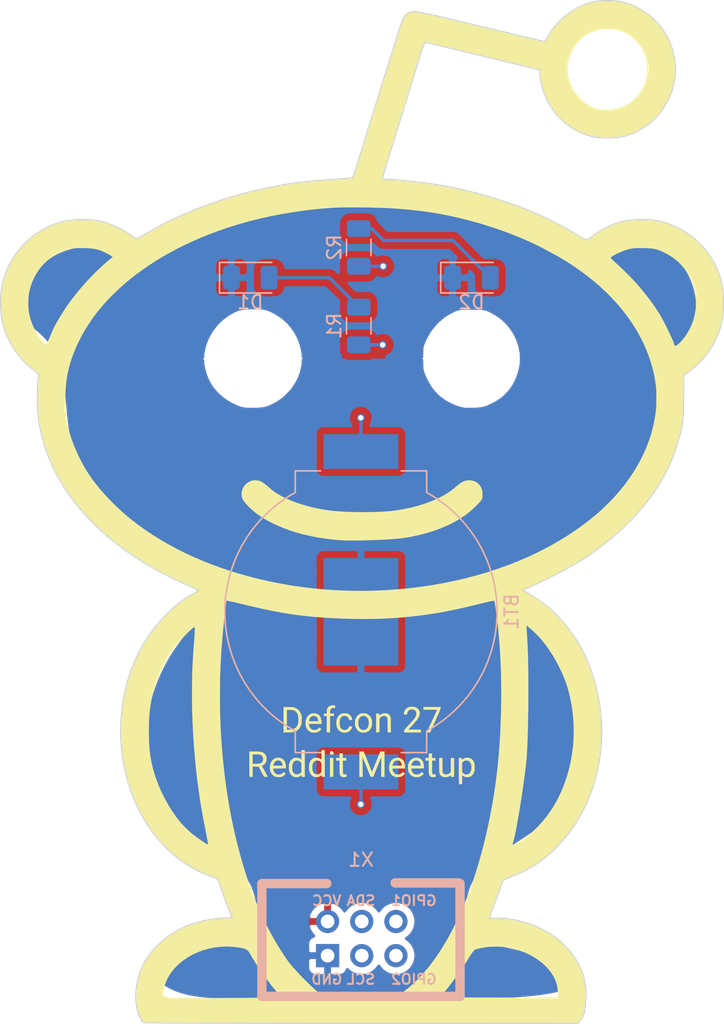
<source format=kicad_pcb>
(kicad_pcb (version 20171130) (host pcbnew "(5.1.2)-1")
  (layers (0 F.Cu signal) (31 B.Cu signal) (34 B.Paste user) (35 F.Paste user) (36 B.SilkS user) (37 F.SilkS user) (38 B.Mask user) (39 F.Mask user) (44 Edge.Cuts user))
  (net 0 "")
  (net 1 GND)
  (net 2 /VDD)
  (net 3 "Net-(D2-Pad2)")
  (net 4 "Net-(X1-Pad5)")
  (net 5 "Net-(X1-Pad6)")
  (net 6 "Net-(X1-Pad3)")
  (net 7 "Net-(X1-Pad4)")
  (net 8 "Net-(D1-Pad2)")
  (module my-ki-cad-parts:Badgelife-SAOv169-SAO-2x3 (layer F.Cu) (at 1.4224 29.6164)
    (fp_text reference X1 (at 0 -5.842) (layer B.SilkS) (effects (justify mirror)))
    (fp_text value Badgelife_sao_connector_v169bis)
    (fp_text user VCC (at -2.54 -2.794 unlocked) (layer B.SilkS) (effects (font (size 0.75 0.75)) (justify mirror)))
    (fp_text user SDA (at 0 -2.794 unlocked) (layer B.SilkS) (effects (font (size 0.75 0.75)) (justify mirror)))
    (fp_text user GPIO1 (at 3.937 -2.794 unlocked) (layer B.SilkS) (effects (font (size 0.75 0.75)) (justify mirror)))
    (fp_text user GND (at -2.54 3.048 unlocked) (layer B.SilkS) (effects (font (size 0.75 0.75)) (justify mirror)))
    (fp_text user SCL (at 0 3.048) (layer B.SilkS) (effects (font (size 0.75 0.75)) (justify mirror)))
    (fp_text user GPIO2 (at 3.937 3.048) (layer B.SilkS) (effects (font (size 0.75 0.75)) (justify mirror)))
    (pad 5 thru_hole circle (at 2.6 -1.25 270) (size 1.7272 1.7272) (drill 1.016) (layers *.Cu *.Mask) (net 4 "Net-(X1-Pad5)"))
    (pad 6 thru_hole circle (at 2.6 1.29 270) (size 1.7272 1.7272) (drill 1.016) (layers *.Cu *.Mask) (net 5 "Net-(X1-Pad6)"))
    (pad 3 thru_hole oval (at 0.06 -1.25 270) (size 1.7272 1.7272) (drill 1.016) (layers *.Cu *.Mask) (net 6 "Net-(X1-Pad3)"))
    (pad 4 thru_hole oval (at 0.06 1.29 270) (size 1.7272 1.7272) (drill 1.016) (layers *.Cu *.Mask) (net 7 "Net-(X1-Pad4)"))
    (pad 1 thru_hole oval (at -2.48 -1.25 270) (size 1.7272 1.7272) (drill 1.016) (layers *.Cu *.Mask) (net 2 /VDD))
    (pad 2 thru_hole rect (at -2.48 1.29 270) (size 1.7272 1.7272) (drill 1.016) (layers *.Cu *.Mask) (net 1 GND))
  )
  (module LOGO (layer F.Cu) (at 0 0)
    (fp_text reference G*** hide)
    (fp_text value LOGO hide)
  )
  (module LOGO (layer F.Cu) (at 0 0)
    (fp_text reference G*** hide)
    (fp_text value LOGO hide)
  )
  (module LOGO (layer F.Cu) (at 0 0)
    (fp_text reference G*** hide)
    (fp_text value LOGO hide)
  )
  (module LOGO (layer F.Cu) (at 0 0)
    (fp_text reference G*** hide)
    (fp_text value LOGO hide)
  )
  (module LOGO (layer F.Cu) (at 0 0)
    (fp_text reference G*** hide)
    (fp_text value LOGO hide)
  )
  (module Battery:BatteryHolder_MPD_BC2003_1x2032 (layer B.Cu) (at 1.4224 5.3467 90)
    (fp_text reference BT1 (at 0 11.2 90) (layer B.SilkS) (effects (justify mirror)))
    (fp_text value Battery_Cell)
    (pad 2 smd rect (at 0 0 90) (size 8 5.56) (layers B.Cu B.Paste B.Mask) (net 1 GND))
    (pad 1 smd rect (at 11.905 0 90) (size 2.6 5.56) (layers B.Cu B.Paste B.Mask) (net 2 /VDD))
    (pad 1 smd rect (at -11.905 0 90) (size 2.6 5.56) (layers B.Cu B.Paste B.Mask) (net 2 /VDD))
  )
  (module LED_SMD:LED_1206_3216Metric (layer B.Cu) (at -6.8072 -19.4818)
    (fp_text reference D1 (at 0 1.82) (layer B.SilkS) (effects (justify mirror)))
    (fp_text value LED)
    (pad 1 smd roundrect (at -1.4 0) (size 1.25 1.75) (layers B.Cu B.Paste B.Mask) (roundrect_rratio 0.2) (net 1 GND))
    (pad 2 smd roundrect (at 1.4 0) (size 1.25 1.75) (layers B.Cu B.Paste B.Mask) (roundrect_rratio 0.2) (net 8 "Net-(D1-Pad2)"))
  )
  (module LED_SMD:LED_1206_3216Metric (layer B.Cu) (at 9.6393 -19.4818)
    (fp_text reference D2 (at 0 1.82) (layer B.SilkS) (effects (justify mirror)))
    (fp_text value LED)
    (pad 2 smd roundrect (at 1.4 0) (size 1.25 1.75) (layers B.Cu B.Paste B.Mask) (roundrect_rratio 0.2) (net 3 "Net-(D2-Pad2)"))
    (pad 1 smd roundrect (at -1.4 0) (size 1.25 1.75) (layers B.Cu B.Paste B.Mask) (roundrect_rratio 0.2) (net 1 GND))
  )
  (module Resistor_SMD:R_1206_3216Metric (layer B.Cu) (at 1.2573 -15.8974 270)
    (fp_text reference R1 (at 0 1.82 270) (layer B.SilkS) (effects (justify mirror)))
    (fp_text value 330)
    (pad 1 smd roundrect (at -1.4 0 270) (size 1.25 1.75) (layers B.Cu B.Paste B.Mask) (roundrect_rratio 0.2) (net 8 "Net-(D1-Pad2)"))
    (pad 2 smd roundrect (at 1.4 0 270) (size 1.25 1.75) (layers B.Cu B.Paste B.Mask) (roundrect_rratio 0.2) (net 2 /VDD))
  )
  (module Resistor_SMD:R_1206_3216Metric (layer B.Cu) (at 1.2573 -21.7267 270)
    (fp_text reference R2 (at 0 1.82 270) (layer B.SilkS) (effects (justify mirror)))
    (fp_text value 330)
    (pad 2 smd roundrect (at 1.4 0 270) (size 1.25 1.75) (layers B.Cu B.Paste B.Mask) (roundrect_rratio 0.2) (net 2 /VDD))
    (pad 1 smd roundrect (at -1.4 0 270) (size 1.25 1.75) (layers B.Cu B.Paste B.Mask) (roundrect_rratio 0.2) (net 3 "Net-(D2-Pad2)"))
  )
  (gr_line (start -14.730858 35.883875) (end -14.796278 35.837685) (layer Edge.Cuts) (width 0.1))
  (gr_line (start -14.796278 35.837685) (end -14.865968 35.752875) (layer Edge.Cuts) (width 0.1))
  (gr_line (start -14.865968 35.752875) (end -15.008874 35.4883) (layer Edge.Cuts) (width 0.1))
  (gr_line (start -15.008874 35.4883) (end -15.141044 35.131993) (layer Edge.Cuts) (width 0.1))
  (gr_line (start -15.141044 35.131993) (end -15.243939 34.725797) (layer Edge.Cuts) (width 0.1))
  (gr_line (start -15.243939 34.725797) (end -15.298089 34.326266) (layer Edge.Cuts) (width 0.1))
  (gr_line (start -15.298089 34.326266) (end -15.311489 33.898912) (layer Edge.Cuts) (width 0.1))
  (gr_line (start -15.311489 33.898912) (end -15.286069 33.454513) (layer Edge.Cuts) (width 0.1))
  (gr_line (start -15.286069 33.454513) (end -15.223739 33.003849) (layer Edge.Cuts) (width 0.1))
  (gr_line (start -15.223739 33.003849) (end -15.126419 32.557697) (layer Edge.Cuts) (width 0.1))
  (gr_line (start -15.126419 32.557697) (end -14.996031 32.126834) (layer Edge.Cuts) (width 0.1))
  (gr_line (start -14.996031 32.126834) (end -14.834493 31.72204) (layer Edge.Cuts) (width 0.1))
  (gr_line (start -14.834493 31.72204) (end -14.643722 31.354093) (layer Edge.Cuts) (width 0.1))
  (gr_line (start -14.643722 31.354093) (end -14.4184 31.001632) (layer Edge.Cuts) (width 0.1))
  (gr_line (start -14.4184 31.001632) (end -14.170652 30.667116) (layer Edge.Cuts) (width 0.1))
  (gr_line (start -14.170652 30.667116) (end -13.901309 30.351006) (layer Edge.Cuts) (width 0.1))
  (gr_line (start -13.901309 30.351006) (end -13.611205 30.053762) (layer Edge.Cuts) (width 0.1))
  (gr_line (start -13.611205 30.053762) (end -13.301172 29.775845) (layer Edge.Cuts) (width 0.1))
  (gr_line (start -13.301172 29.775845) (end -12.972042 29.517717) (layer Edge.Cuts) (width 0.1))
  (gr_line (start -12.972042 29.517717) (end -12.624648 29.279837) (layer Edge.Cuts) (width 0.1))
  (gr_line (start -12.624648 29.279837) (end -12.259821 29.062668) (layer Edge.Cuts) (width 0.1))
  (gr_line (start -12.259821 29.062668) (end -11.878395 28.866669) (layer Edge.Cuts) (width 0.1))
  (gr_line (start -11.878395 28.866669) (end -11.481202 28.692302) (layer Edge.Cuts) (width 0.1))
  (gr_line (start -11.481202 28.692302) (end -11.069074 28.540027) (layer Edge.Cuts) (width 0.1))
  (gr_line (start -11.069074 28.540027) (end -10.642844 28.410306) (layer Edge.Cuts) (width 0.1))
  (gr_line (start -10.642844 28.410306) (end -10.203344 28.303599) (layer Edge.Cuts) (width 0.1))
  (gr_line (start -10.203344 28.303599) (end -9.751406 28.220369) (layer Edge.Cuts) (width 0.1))
  (gr_line (start -9.751406 28.220369) (end -9.287863 28.161069) (layer Edge.Cuts) (width 0.1))
  (gr_line (start -9.287863 28.161069) (end -8.813547 28.126169) (layer Edge.Cuts) (width 0.1))
  (gr_line (start -8.813547 28.126169) (end -8.142721 28.087319) (layer Edge.Cuts) (width 0.1))
  (gr_line (start -8.142721 28.087319) (end -8.302857 27.690393) (layer Edge.Cuts) (width 0.1))
  (gr_line (start -8.302857 27.690393) (end -8.536438 27.106162) (layer Edge.Cuts) (width 0.1))
  (gr_line (start -8.536438 27.106162) (end -8.850878 26.247613) (layer Edge.Cuts) (width 0.1))
  (gr_line (start -8.850878 26.247613) (end -9.222898 25.193716) (layer Edge.Cuts) (width 0.1))
  (gr_line (start -9.222898 25.193716) (end -9.836925 24.9707) (layer Edge.Cuts) (width 0.1))
  (gr_line (start -9.836925 24.9707) (end -10.322154 24.776972) (layer Edge.Cuts) (width 0.1))
  (gr_line (start -10.322154 24.776972) (end -10.794906 24.553166) (layer Edge.Cuts) (width 0.1))
  (gr_line (start -10.794906 24.553166) (end -11.254386 24.300135) (layer Edge.Cuts) (width 0.1))
  (gr_line (start -11.254386 24.300135) (end -11.699798 24.018729) (layer Edge.Cuts) (width 0.1))
  (gr_line (start -11.699798 24.018729) (end -12.130346 23.7098) (layer Edge.Cuts) (width 0.1))
  (gr_line (start -12.130346 23.7098) (end -12.545237 23.374199) (layer Edge.Cuts) (width 0.1))
  (gr_line (start -12.545237 23.374199) (end -12.943673 23.012778) (layer Edge.Cuts) (width 0.1))
  (gr_line (start -12.943673 23.012778) (end -13.324861 22.626389) (layer Edge.Cuts) (width 0.1))
  (gr_line (start -13.324861 22.626389) (end -13.688004 22.215883) (layer Edge.Cuts) (width 0.1))
  (gr_line (start -13.688004 22.215883) (end -14.032307 21.782111) (layer Edge.Cuts) (width 0.1))
  (gr_line (start -14.032307 21.782111) (end -14.356976 21.325925) (layer Edge.Cuts) (width 0.1))
  (gr_line (start -14.356976 21.325925) (end -14.661214 20.848177) (layer Edge.Cuts) (width 0.1))
  (gr_line (start -14.661214 20.848177) (end -14.944226 20.349717) (layer Edge.Cuts) (width 0.1))
  (gr_line (start -14.944226 20.349717) (end -15.205217 19.831398) (layer Edge.Cuts) (width 0.1))
  (gr_line (start -15.205217 19.831398) (end -15.443392 19.294071) (layer Edge.Cuts) (width 0.1))
  (gr_line (start -15.443392 19.294071) (end -15.657955 18.738587) (layer Edge.Cuts) (width 0.1))
  (gr_line (start -15.657955 18.738587) (end -15.867001 18.104337) (layer Edge.Cuts) (width 0.1))
  (gr_line (start -15.867001 18.104337) (end -16.043206 17.459671) (layer Edge.Cuts) (width 0.1))
  (gr_line (start -16.043206 17.459671) (end -16.186671 16.80653) (layer Edge.Cuts) (width 0.1))
  (gr_line (start -16.186671 16.80653) (end -16.297498 16.146854) (layer Edge.Cuts) (width 0.1))
  (gr_line (start -16.297498 16.146854) (end -16.375788 15.482586) (layer Edge.Cuts) (width 0.1))
  (gr_line (start -16.375788 15.482586) (end -16.421648 14.815666) (layer Edge.Cuts) (width 0.1))
  (gr_line (start -16.421648 14.815666) (end -16.435168 14.148035) (layer Edge.Cuts) (width 0.1))
  (gr_line (start -16.435168 14.148035) (end -16.416458 13.481634) (layer Edge.Cuts) (width 0.1))
  (gr_line (start -16.416458 13.481634) (end -16.365618 12.818405) (layer Edge.Cuts) (width 0.1))
  (gr_line (start -16.365618 12.818405) (end -16.282748 12.160288) (layer Edge.Cuts) (width 0.1))
  (gr_line (start -16.282748 12.160288) (end -16.167951 11.509225) (layer Edge.Cuts) (width 0.1))
  (gr_line (start -16.167951 11.509225) (end -16.021328 10.867157) (layer Edge.Cuts) (width 0.1))
  (gr_line (start -16.021328 10.867157) (end -15.842981 10.236025) (layer Edge.Cuts) (width 0.1))
  (gr_line (start -15.842981 10.236025) (end -15.633012 9.617769) (layer Edge.Cuts) (width 0.1))
  (gr_line (start -15.633012 9.617769) (end -15.391521 9.014331) (layer Edge.Cuts) (width 0.1))
  (gr_line (start -15.391521 9.014331) (end -15.11861 8.427653) (layer Edge.Cuts) (width 0.1))
  (gr_line (start -15.11861 8.427653) (end -14.740225 7.737766) (layer Edge.Cuts) (width 0.1))
  (gr_line (start -14.740225 7.737766) (end -14.306842 7.066958) (layer Edge.Cuts) (width 0.1))
  (gr_line (start -14.306842 7.066958) (end -13.828108 6.425761) (layer Edge.Cuts) (width 0.1))
  (gr_line (start -13.828108 6.425761) (end -13.313671 5.824702) (layer Edge.Cuts) (width 0.1))
  (gr_line (start -13.313671 5.824702) (end -12.773178 5.274314) (layer Edge.Cuts) (width 0.1))
  (gr_line (start -12.773178 5.274314) (end -12.216276 4.785124) (layer Edge.Cuts) (width 0.1))
  (gr_line (start -12.216276 4.785124) (end -11.934686 4.566769) (layer Edge.Cuts) (width 0.1))
  (gr_line (start -11.934686 4.566769) (end -11.652612 4.367663) (layer Edge.Cuts) (width 0.1))
  (gr_line (start -11.652612 4.367663) (end -11.371259 4.189122) (layer Edge.Cuts) (width 0.1))
  (gr_line (start -11.371259 4.189122) (end -11.091834 4.032462) (layer Edge.Cuts) (width 0.1))
  (gr_line (start -11.091834 4.032462) (end -10.783982 3.858465) (layer Edge.Cuts) (width 0.1))
  (gr_line (start -10.783982 3.858465) (end -10.655824 3.759885) (layer Edge.Cuts) (width 0.1))
  (gr_line (start -10.655824 3.759885) (end -10.729084 3.711605) (layer Edge.Cuts) (width 0.1))
  (gr_line (start -10.729084 3.711605) (end -10.928682 3.613315) (layer Edge.Cuts) (width 0.1))
  (gr_line (start -10.928682 3.613315) (end -11.584956 3.32394) (layer Edge.Cuts) (width 0.1))
  (gr_line (start -11.584956 3.32394) (end -12.529751 2.891304) (layer Edge.Cuts) (width 0.1))
  (gr_line (start -12.529751 2.891304) (end -13.554197 2.362252) (layer Edge.Cuts) (width 0.1))
  (gr_line (start -13.554197 2.362252) (end -14.569275 1.785068) (layer Edge.Cuts) (width 0.1))
  (gr_line (start -14.569275 1.785068) (end -15.485968 1.208036) (layer Edge.Cuts) (width 0.1))
  (gr_line (start -15.485968 1.208036) (end -16.317612 0.622972) (layer Edge.Cuts) (width 0.1))
  (gr_line (start -16.317612 0.622972) (end -17.101528 0.013669) (layer Edge.Cuts) (width 0.1))
  (gr_line (start -17.101528 0.013669) (end -17.83694 -0.61862) (layer Edge.Cuts) (width 0.1))
  (gr_line (start -17.83694 -0.61862) (end -18.523074 -1.272638) (layer Edge.Cuts) (width 0.1))
  (gr_line (start -18.523074 -1.272638) (end -19.159154 -1.94713) (layer Edge.Cuts) (width 0.1))
  (gr_line (start -19.159154 -1.94713) (end -19.744404 -2.64084) (layer Edge.Cuts) (width 0.1))
  (gr_line (start -19.744404 -2.64084) (end -20.278049 -3.352514) (layer Edge.Cuts) (width 0.1))
  (gr_line (start -20.278049 -3.352514) (end -20.759313 -4.080896) (layer Edge.Cuts) (width 0.1))
  (gr_line (start -20.759313 -4.080896) (end -21.187422 -4.82473) (layer Edge.Cuts) (width 0.1))
  (gr_line (start -21.187422 -4.82473) (end -21.561599 -5.582762) (layer Edge.Cuts) (width 0.1))
  (gr_line (start -21.561599 -5.582762) (end -21.88107 -6.353736) (layer Edge.Cuts) (width 0.1))
  (gr_line (start -21.88107 -6.353736) (end -22.145059 -7.136396) (layer Edge.Cuts) (width 0.1))
  (gr_line (start -22.145059 -7.136396) (end -22.35279 -7.929488) (layer Edge.Cuts) (width 0.1))
  (gr_line (start -22.35279 -7.929488) (end -22.503488 -8.731755) (layer Edge.Cuts) (width 0.1))
  (gr_line (start -22.503488 -8.731755) (end -22.596378 -9.541944) (layer Edge.Cuts) (width 0.1))
  (gr_line (start -22.596378 -9.541944) (end -22.630688 -10.358797) (layer Edge.Cuts) (width 0.1))
  (gr_line (start -22.630688 -10.358797) (end -22.618998 -11.196944) (layer Edge.Cuts) (width 0.1))
  (gr_line (start -22.618998 -11.196944) (end -22.582948 -11.832461) (layer Edge.Cuts) (width 0.1))
  (gr_line (start -22.582948 -11.832461) (end -22.529508 -12.323682) (layer Edge.Cuts) (width 0.1))
  (gr_line (start -22.529508 -12.323682) (end -23.034461 -12.71348) (layer Edge.Cuts) (width 0.1))
  (gr_line (start -23.034461 -12.71348) (end -23.396992 -13.019227) (layer Edge.Cuts) (width 0.1))
  (gr_line (start -23.396992 -13.019227) (end -23.734925 -13.357031) (layer Edge.Cuts) (width 0.1))
  (gr_line (start -23.734925 -13.357031) (end -24.046766 -13.724635) (layer Edge.Cuts) (width 0.1))
  (gr_line (start -24.046766 -13.724635) (end -24.331022 -14.11978) (layer Edge.Cuts) (width 0.1))
  (gr_line (start -24.331022 -14.11978) (end -24.586199 -14.540207) (layer Edge.Cuts) (width 0.1))
  (gr_line (start -24.586199 -14.540207) (end -24.810803 -14.983659) (layer Edge.Cuts) (width 0.1))
  (gr_line (start -24.810803 -14.983659) (end -25.003341 -15.447878) (layer Edge.Cuts) (width 0.1))
  (gr_line (start -25.003341 -15.447878) (end -25.16232 -15.930605) (layer Edge.Cuts) (width 0.1))
  (gr_line (start -25.16232 -15.930605) (end -25.25009 -16.306824) (layer Edge.Cuts) (width 0.1))
  (gr_line (start -25.25009 -16.306824) (end -25.31247 -16.728326) (layer Edge.Cuts) (width 0.1))
  (gr_line (start -25.31247 -16.728326) (end -25.34949 -17.179313) (layer Edge.Cuts) (width 0.1))
  (gr_line (start -25.34949 -17.179313) (end -25.36118 -17.643987) (layer Edge.Cuts) (width 0.1))
  (gr_line (start -25.36118 -17.643987) (end -25.34758 -18.10655) (layer Edge.Cuts) (width 0.1))
  (gr_line (start -25.34758 -18.10655) (end -25.30872 -18.551203) (layer Edge.Cuts) (width 0.1))
  (gr_line (start -25.30872 -18.551203) (end -25.24462 -18.962148) (layer Edge.Cuts) (width 0.1))
  (gr_line (start -25.24462 -18.962148) (end -25.15533 -19.323586) (layer Edge.Cuts) (width 0.1))
  (gr_line (start -25.15533 -19.323586) (end -25.023884 -19.71218) (layer Edge.Cuts) (width 0.1))
  (gr_line (start -25.023884 -19.71218) (end -24.872964 -20.086734) (layer Edge.Cuts) (width 0.1))
  (gr_line (start -24.872964 -20.086734) (end -24.703025 -20.446782) (layer Edge.Cuts) (width 0.1))
  (gr_line (start -24.703025 -20.446782) (end -24.514526 -20.791857) (layer Edge.Cuts) (width 0.1))
  (gr_line (start -24.514526 -20.791857) (end -24.307923 -21.121492) (layer Edge.Cuts) (width 0.1))
  (gr_line (start -24.307923 -21.121492) (end -24.083674 -21.435221) (layer Edge.Cuts) (width 0.1))
  (gr_line (start -24.083674 -21.435221) (end -23.842237 -21.732576) (layer Edge.Cuts) (width 0.1))
  (gr_line (start -23.842237 -21.732576) (end -23.584068 -22.01309) (layer Edge.Cuts) (width 0.1))
  (gr_line (start -23.584068 -22.01309) (end -23.309624 -22.276298) (layer Edge.Cuts) (width 0.1))
  (gr_line (start -23.309624 -22.276298) (end -23.019364 -22.521731) (layer Edge.Cuts) (width 0.1))
  (gr_line (start -23.019364 -22.521731) (end -22.713744 -22.748924) (layer Edge.Cuts) (width 0.1))
  (gr_line (start -22.713744 -22.748924) (end -22.393221 -22.957409) (layer Edge.Cuts) (width 0.1))
  (gr_line (start -22.393221 -22.957409) (end -22.058254 -23.14672) (layer Edge.Cuts) (width 0.1))
  (gr_line (start -22.058254 -23.14672) (end -21.709298 -23.316389) (layer Edge.Cuts) (width 0.1))
  (gr_line (start -21.709298 -23.316389) (end -21.346812 -23.465951) (layer Edge.Cuts) (width 0.1))
  (gr_line (start -21.346812 -23.465951) (end -20.971252 -23.594938) (layer Edge.Cuts) (width 0.1))
  (gr_line (start -20.971252 -23.594938) (end -20.608515 -23.685248) (layer Edge.Cuts) (width 0.1))
  (gr_line (start -20.608515 -23.685248) (end -20.196605 -23.749698) (layer Edge.Cuts) (width 0.1))
  (gr_line (start -20.196605 -23.749698) (end -19.752039 -23.788288) (layer Edge.Cuts) (width 0.1))
  (gr_line (start -19.752039 -23.788288) (end -19.291334 -23.801028) (layer Edge.Cuts) (width 0.1))
  (gr_line (start -19.291334 -23.801028) (end -18.831007 -23.787928) (layer Edge.Cuts) (width 0.1))
  (gr_line (start -18.831007 -23.787928) (end -18.387574 -23.748988) (layer Edge.Cuts) (width 0.1))
  (gr_line (start -18.387574 -23.748988) (end -17.977552 -23.684228) (layer Edge.Cuts) (width 0.1))
  (gr_line (start -17.977552 -23.684228) (end -17.617458 -23.593638) (layer Edge.Cuts) (width 0.1))
  (gr_line (start -17.617458 -23.593638) (end -17.074301 -23.400837) (layer Edge.Cuts) (width 0.1))
  (gr_line (start -17.074301 -23.400837) (end -16.570474 -23.176597) (layer Edge.Cuts) (width 0.1))
  (gr_line (start -16.570474 -23.176597) (end -16.111743 -22.923774) (layer Edge.Cuts) (width 0.1))
  (gr_line (start -16.111743 -22.923774) (end -15.703871 -22.645226) (layer Edge.Cuts) (width 0.1))
  (gr_line (start -15.703871 -22.645226) (end -15.414869 -22.43871) (layer Edge.Cuts) (width 0.1))
  (gr_line (start -15.414869 -22.43871) (end -15.257977 -22.35281) (layer Edge.Cuts) (width 0.1))
  (gr_line (start -15.257977 -22.35281) (end -15.040448 -22.460575) (layer Edge.Cuts) (width 0.1))
  (gr_line (start -15.040448 -22.460575) (end -14.605659 -22.71967) (layer Edge.Cuts) (width 0.1))
  (gr_line (start -14.605659 -22.71967) (end -13.799213 -23.190736) (layer Edge.Cuts) (width 0.1))
  (gr_line (start -13.799213 -23.190736) (end -12.913408 -23.651776) (layer Edge.Cuts) (width 0.1))
  (gr_line (start -12.913408 -23.651776) (end -11.96315 -24.096796) (layer Edge.Cuts) (width 0.1))
  (gr_line (start -11.96315 -24.096796) (end -10.963346 -24.519803) (layer Edge.Cuts) (width 0.1))
  (gr_line (start -10.963346 -24.519803) (end -9.928899 -24.914802) (layer Edge.Cuts) (width 0.1))
  (gr_line (start -9.928899 -24.914802) (end -8.874717 -25.2758) (layer Edge.Cuts) (width 0.1))
  (gr_line (start -8.874717 -25.2758) (end -7.815704 -25.596803) (layer Edge.Cuts) (width 0.1))
  (gr_line (start -7.815704 -25.596803) (end -6.766767 -25.871817) (layer Edge.Cuts) (width 0.1))
  (gr_line (start -6.766767 -25.871817) (end -5.953802 -26.061206) (layer Edge.Cuts) (width 0.1))
  (gr_line (start -5.953802 -26.061206) (end -5.202026 -26.22198) (layer Edge.Cuts) (width 0.1))
  (gr_line (start -5.202026 -26.22198) (end -4.488796 -26.357512) (layer Edge.Cuts) (width 0.1))
  (gr_line (start -4.488796 -26.357512) (end -3.791471 -26.471176) (layer Edge.Cuts) (width 0.1))
  (gr_line (start -3.791471 -26.471176) (end -3.087408 -26.566346) (layer Edge.Cuts) (width 0.1))
  (gr_line (start -3.087408 -26.566346) (end -2.353965 -26.646396) (layer Edge.Cuts) (width 0.1))
  (gr_line (start -2.353965 -26.646396) (end -0.708369 -26.77464) (layer Edge.Cuts) (width 0.1))
  (gr_line (start -0.708369 -26.77464) (end 0.34694 -26.85638) (layer Edge.Cuts) (width 0.1))
  (gr_line (start 0.34694 -26.85638) (end 0.679283 -26.89396) (layer Edge.Cuts) (width 0.1))
  (gr_line (start 0.679283 -26.89396) (end 0.814781 -26.92286) (layer Edge.Cuts) (width 0.1))
  (gr_line (start 0.814781 -26.92286) (end 0.975152 -27.370975) (layer Edge.Cuts) (width 0.1))
  (gr_line (start 0.975152 -27.370975) (end 1.291261 -28.370263) (layer Edge.Cuts) (width 0.1))
  (gr_line (start 1.291261 -28.370263) (end 1.952531 -30.498889) (layer Edge.Cuts) (width 0.1))
  (gr_line (start 1.952531 -30.498889) (end 2.639871 -32.709385) (layer Edge.Cuts) (width 0.1))
  (gr_line (start 2.639871 -32.709385) (end 4.082583 -37.339104) (layer Edge.Cuts) (width 0.1))
  (gr_line (start 4.082583 -37.339104) (end 4.446919 -38.438418) (layer Edge.Cuts) (width 0.1))
  (gr_line (start 4.446919 -38.438418) (end 4.554889 -38.731055) (layer Edge.Cuts) (width 0.1))
  (gr_line (start 4.554889 -38.731055) (end 4.619129 -38.870199) (layer Edge.Cuts) (width 0.1))
  (gr_line (start 4.619129 -38.870199) (end 4.693179 -38.957049) (layer Edge.Cuts) (width 0.1))
  (gr_line (start 4.693179 -38.957049) (end 4.798981 -39.047299) (layer Edge.Cuts) (width 0.1))
  (gr_line (start 4.798981 -39.047299) (end 4.922418 -39.130289) (layer Edge.Cuts) (width 0.1))
  (gr_line (start 4.922418 -39.130289) (end 5.049375 -39.195339) (layer Edge.Cuts) (width 0.1))
  (gr_line (start 5.049375 -39.195339) (end 5.172633 -39.240719) (layer Edge.Cuts) (width 0.1))
  (gr_line (start 5.172633 -39.240719) (end 5.322191 -39.261289) (layer Edge.Cuts) (width 0.1))
  (gr_line (start 5.322191 -39.261289) (end 5.552335 -39.246589) (layer Edge.Cuts) (width 0.1))
  (gr_line (start 5.552335 -39.246589) (end 5.917355 -39.186169) (layer Edge.Cuts) (width 0.1))
  (gr_line (start 5.917355 -39.186169) (end 7.269172 -38.886344) (layer Edge.Cuts) (width 0.1))
  (gr_line (start 7.269172 -38.886344) (end 9.811945 -38.278175) (layer Edge.Cuts) (width 0.1))
  (gr_line (start 9.811945 -38.278175) (end 13.455175 -37.408492) (layer Edge.Cuts) (width 0.1))
  (gr_line (start 13.455175 -37.408492) (end 14.983615 -37.040728) (layer Edge.Cuts) (width 0.1))
  (gr_line (start 14.983615 -37.040728) (end 15.021955 -37.037028) (layer Edge.Cuts) (width 0.1))
  (gr_line (start 15.021955 -37.037028) (end 15.061845 -37.048908) (layer Edge.Cuts) (width 0.1))
  (gr_line (start 15.061845 -37.048908) (end 15.150475 -37.124308) (layer Edge.Cuts) (width 0.1))
  (gr_line (start 15.150475 -37.124308) (end 15.257911 -37.276701) (layer Edge.Cuts) (width 0.1))
  (gr_line (start 15.257911 -37.276701) (end 15.392556 -37.515843) (layer Edge.Cuts) (width 0.1))
  (gr_line (start 15.392556 -37.515843) (end 15.632991 -37.908378) (layer Edge.Cuts) (width 0.1))
  (gr_line (start 15.632991 -37.908378) (end 15.928775 -38.286441) (layer Edge.Cuts) (width 0.1))
  (gr_line (start 15.928775 -38.286441) (end 16.27247 -38.644175) (layer Edge.Cuts) (width 0.1))
  (gr_line (start 16.27247 -38.644175) (end 16.656637 -38.975723) (layer Edge.Cuts) (width 0.1))
  (gr_line (start 16.656637 -38.975723) (end 17.073839 -39.275228) (layer Edge.Cuts) (width 0.1))
  (gr_line (start 17.073839 -39.275228) (end 17.516636 -39.536832) (layer Edge.Cuts) (width 0.1))
  (gr_line (start 17.516636 -39.536832) (end 17.977591 -39.754678) (layer Edge.Cuts) (width 0.1))
  (gr_line (start 17.977591 -39.754678) (end 18.449266 -39.922909) (layer Edge.Cuts) (width 0.1))
  (gr_line (start 18.449266 -39.922909) (end 18.72551 -39.987969) (layer Edge.Cuts) (width 0.1))
  (gr_line (start 18.72551 -39.987969) (end 19.045671 -40.034438) (layer Edge.Cuts) (width 0.1))
  (gr_line (start 19.045671 -40.034438) (end 19.395112 -40.062319) (layer Edge.Cuts) (width 0.1))
  (gr_line (start 19.395112 -40.062319) (end 19.759191 -40.071609) (layer Edge.Cuts) (width 0.1))
  (gr_line (start 19.759191 -40.071609) (end 20.12327 -40.062319) (layer Edge.Cuts) (width 0.1))
  (gr_line (start 20.12327 -40.062319) (end 20.472711 -40.034438) (layer Edge.Cuts) (width 0.1))
  (gr_line (start 20.472711 -40.034438) (end 20.792872 -39.987969) (layer Edge.Cuts) (width 0.1))
  (gr_line (start 20.792872 -39.987969) (end 21.069116 -39.922909) (layer Edge.Cuts) (width 0.1))
  (gr_line (start 21.069116 -39.922909) (end 21.475242 -39.783711) (layer Edge.Cuts) (width 0.1))
  (gr_line (start 21.475242 -39.783711) (end 21.863789 -39.614321) (layer Edge.Cuts) (width 0.1))
  (gr_line (start 21.863789 -39.614321) (end 22.233567 -39.416324) (layer Edge.Cuts) (width 0.1))
  (gr_line (start 22.233567 -39.416324) (end 22.583386 -39.191307) (layer Edge.Cuts) (width 0.1))
  (gr_line (start 22.583386 -39.191307) (end 22.912057 -38.940855) (layer Edge.Cuts) (width 0.1))
  (gr_line (start 22.912057 -38.940855) (end 23.218389 -38.666555) (layer Edge.Cuts) (width 0.1))
  (gr_line (start 23.218389 -38.666555) (end 23.501193 -38.369993) (layer Edge.Cuts) (width 0.1))
  (gr_line (start 23.501193 -38.369993) (end 23.75928 -38.052754) (layer Edge.Cuts) (width 0.1))
  (gr_line (start 23.75928 -38.052754) (end 23.991459 -37.716425) (layer Edge.Cuts) (width 0.1))
  (gr_line (start 23.991459 -37.716425) (end 24.196541 -37.362591) (layer Edge.Cuts) (width 0.1))
  (gr_line (start 24.196541 -37.362591) (end 24.373336 -36.992839) (layer Edge.Cuts) (width 0.1))
  (gr_line (start 24.373336 -36.992839) (end 24.520654 -36.608755) (layer Edge.Cuts) (width 0.1))
  (gr_line (start 24.520654 -36.608755) (end 24.637306 -36.211924) (layer Edge.Cuts) (width 0.1))
  (gr_line (start 24.637306 -36.211924) (end 24.722106 -35.803933) (layer Edge.Cuts) (width 0.1))
  (gr_line (start 24.722106 -35.803933) (end 24.773856 -35.386368) (layer Edge.Cuts) (width 0.1))
  (gr_line (start 24.773856 -35.386368) (end 24.791366 -34.960814) (layer Edge.Cuts) (width 0.1))
  (gr_line (start 24.791366 -34.960814) (end 24.772976 -34.532431) (layer Edge.Cuts) (width 0.1))
  (gr_line (start 24.772976 -34.532431) (end 24.718796 -34.110876) (layer Edge.Cuts) (width 0.1))
  (gr_line (start 24.718796 -34.110876) (end 24.630296 -33.698078) (layer Edge.Cuts) (width 0.1))
  (gr_line (start 24.630296 -33.698078) (end 24.508933 -33.295967) (layer Edge.Cuts) (width 0.1))
  (gr_line (start 24.508933 -33.295967) (end 24.356178 -32.906473) (layer Edge.Cuts) (width 0.1))
  (gr_line (start 24.356178 -32.906473) (end 24.173498 -32.531524) (layer Edge.Cuts) (width 0.1))
  (gr_line (start 24.173498 -32.531524) (end 23.962362 -32.17305) (layer Edge.Cuts) (width 0.1))
  (gr_line (start 23.962362 -32.17305) (end 23.724236 -31.83298) (layer Edge.Cuts) (width 0.1))
  (gr_line (start 23.724236 -31.83298) (end 23.460587 -31.513243) (layer Edge.Cuts) (width 0.1))
  (gr_line (start 23.460587 -31.513243) (end 23.172884 -31.21577) (layer Edge.Cuts) (width 0.1))
  (gr_line (start 23.172884 -31.21577) (end 22.862592 -30.942489) (layer Edge.Cuts) (width 0.1))
  (gr_line (start 22.862592 -30.942489) (end 22.531179 -30.695329) (layer Edge.Cuts) (width 0.1))
  (gr_line (start 22.531179 -30.695329) (end 22.180113 -30.476221) (layer Edge.Cuts) (width 0.1))
  (gr_line (start 22.180113 -30.476221) (end 21.810861 -30.287093) (layer Edge.Cuts) (width 0.1))
  (gr_line (start 21.810861 -30.287093) (end 21.424889 -30.129874) (layer Edge.Cuts) (width 0.1))
  (gr_line (start 21.424889 -30.129874) (end 21.023666 -30.006495) (layer Edge.Cuts) (width 0.1))
  (gr_line (start 21.023666 -30.006495) (end 20.747589 -29.948615) (layer Edge.Cuts) (width 0.1))
  (gr_line (start 20.747589 -29.948615) (end 20.437382 -29.907245) (layer Edge.Cuts) (width 0.1))
  (gr_line (start 20.437382 -29.907245) (end 20.104301 -29.882405) (layer Edge.Cuts) (width 0.1))
  (gr_line (start 20.104301 -29.882405) (end 19.759605 -29.874105) (layer Edge.Cuts) (width 0.1))
  (gr_line (start 19.759605 -29.874105) (end 19.414549 -29.882305) (layer Edge.Cuts) (width 0.1))
  (gr_line (start 19.414549 -29.882305) (end 19.080393 -29.907035) (layer Edge.Cuts) (width 0.1))
  (gr_line (start 19.080393 -29.907035) (end 18.768393 -29.948305) (layer Edge.Cuts) (width 0.1))
  (gr_line (start 18.768393 -29.948305) (end 18.489806 -30.006105) (layer Edge.Cuts) (width 0.1))
  (gr_line (start 18.489806 -30.006105) (end 18.110835 -30.122119) (layer Edge.Cuts) (width 0.1))
  (gr_line (start 18.110835 -30.122119) (end 17.736582 -30.273895) (layer Edge.Cuts) (width 0.1))
  (gr_line (start 17.736582 -30.273895) (end 17.371084 -30.458746) (layer Edge.Cuts) (width 0.1))
  (gr_line (start 17.371084 -30.458746) (end 17.018376 -30.673986) (layer Edge.Cuts) (width 0.1))
  (gr_line (start 17.018376 -30.673986) (end 16.682497 -30.916929) (layer Edge.Cuts) (width 0.1))
  (gr_line (start 16.682497 -30.916929) (end 16.367482 -31.184889) (layer Edge.Cuts) (width 0.1))
  (gr_line (start 16.367482 -31.184889) (end 16.07737 -31.475179) (layer Edge.Cuts) (width 0.1))
  (gr_line (start 16.07737 -31.475179) (end 15.816196 -31.785114) (layer Edge.Cuts) (width 0.1))
  (gr_line (start 15.816196 -31.785114) (end 15.595927 -32.100257) (layer Edge.Cuts) (width 0.1))
  (gr_line (start 15.595927 -32.100257) (end 15.391236 -32.44924) (layer Edge.Cuts) (width 0.1))
  (gr_line (start 15.391236 -32.44924) (end 15.206321 -32.82108) (layer Edge.Cuts) (width 0.1))
  (gr_line (start 15.206321 -32.82108) (end 15.045382 -33.20479) (layer Edge.Cuts) (width 0.1))
  (gr_line (start 15.045382 -33.20479) (end 14.91262 -33.589384) (layer Edge.Cuts) (width 0.1))
  (gr_line (start 14.91262 -33.589384) (end 14.812233 -33.963879) (layer Edge.Cuts) (width 0.1))
  (gr_line (start 14.812233 -33.963879) (end 14.748423 -34.317287) (layer Edge.Cuts) (width 0.1))
  (gr_line (start 14.748423 -34.317287) (end 14.725383 -34.638625) (layer Edge.Cuts) (width 0.1))
  (gr_line (start 14.725383 -34.638625) (end 14.724383 -34.930373) (layer Edge.Cuts) (width 0.1))
  (gr_line (start 14.724383 -34.930373) (end 12.984633 -35.353621) (layer Edge.Cuts) (width 0.1))
  (gr_line (start 12.984633 -35.353621) (end 8.829723 -36.354476) (layer Edge.Cuts) (width 0.1))
  (gr_line (start 8.829723 -36.354476) (end 6.279023 -36.972893) (layer Edge.Cuts) (width 0.1))
  (gr_line (start 6.279023 -36.972893) (end 6.226723 -36.966693) (layer Edge.Cuts) (width 0.1))
  (gr_line (start 6.226723 -36.966693) (end 6.169753 -36.914093) (layer Edge.Cuts) (width 0.1))
  (gr_line (start 6.169753 -36.914093) (end 6.105963 -36.809818) (layer Edge.Cuts) (width 0.1))
  (gr_line (start 6.105963 -36.809818) (end 6.033203 -36.64861) (layer Edge.Cuts) (width 0.1))
  (gr_line (start 6.033203 -36.64861) (end 5.852224 -36.134355) (layer Edge.Cuts) (width 0.1))
  (gr_line (start 5.852224 -36.134355) (end 5.609676 -35.329242) (layer Edge.Cuts) (width 0.1))
  (gr_line (start 5.609676 -35.329242) (end 4.955376 -33.200617) (layer Edge.Cuts) (width 0.1))
  (gr_line (start 4.955376 -33.200617) (end 3.381738 -28.128868) (layer Edge.Cuts) (width 0.1))
  (gr_line (start 3.381738 -28.128868) (end 3.093161 -27.165866) (layer Edge.Cuts) (width 0.1))
  (gr_line (start 3.093161 -27.165866) (end 3.016931 -26.859522) (layer Edge.Cuts) (width 0.1))
  (gr_line (start 3.016931 -26.859522) (end 3.050991 -26.825302) (layer Edge.Cuts) (width 0.1))
  (gr_line (start 3.050991 -26.825302) (end 3.145471 -26.798152) (layer Edge.Cuts) (width 0.1))
  (gr_line (start 3.145471 -26.798152) (end 3.469547 -26.773802) (layer Edge.Cuts) (width 0.1))
  (gr_line (start 3.469547 -26.773802) (end 4.191804 -26.735812) (layer Edge.Cuts) (width 0.1))
  (gr_line (start 4.191804 -26.735812) (end 5.214746 -26.637962) (layer Edge.Cuts) (width 0.1))
  (gr_line (start 5.214746 -26.637962) (end 6.316248 -26.504448) (layer Edge.Cuts) (width 0.1))
  (gr_line (start 6.316248 -26.504448) (end 7.274187 -26.359459) (layer Edge.Cuts) (width 0.1))
  (gr_line (start 7.274187 -26.359459) (end 8.674248 -26.084677) (layer Edge.Cuts) (width 0.1))
  (gr_line (start 8.674248 -26.084677) (end 10.036822 -25.75914) (layer Edge.Cuts) (width 0.1))
  (gr_line (start 10.036822 -25.75914) (end 11.359216 -25.383807) (layer Edge.Cuts) (width 0.1))
  (gr_line (start 11.359216 -25.383807) (end 12.638734 -24.959641) (layer Edge.Cuts) (width 0.1))
  (gr_line (start 12.638734 -24.959641) (end 13.261573 -24.729545) (layer Edge.Cuts) (width 0.1))
  (gr_line (start 13.261573 -24.729545) (end 13.872682 -24.487601) (layer Edge.Cuts) (width 0.1))
  (gr_line (start 13.872682 -24.487601) (end 14.471724 -24.233929) (layer Edge.Cuts) (width 0.1))
  (gr_line (start 14.471724 -24.233929) (end 15.058363 -23.968649) (layer Edge.Cuts) (width 0.1))
  (gr_line (start 15.058363 -23.968649) (end 15.632262 -23.691881) (layer Edge.Cuts) (width 0.1))
  (gr_line (start 15.632262 -23.691881) (end 16.193083 -23.403746) (layer Edge.Cuts) (width 0.1))
  (gr_line (start 16.193083 -23.403746) (end 16.74049 -23.104363) (layer Edge.Cuts) (width 0.1))
  (gr_line (start 16.74049 -23.104363) (end 17.274147 -22.793853) (layer Edge.Cuts) (width 0.1))
  (gr_line (start 17.274147 -22.793853) (end 17.906136 -22.424545) (layer Edge.Cuts) (width 0.1))
  (gr_line (start 17.906136 -22.424545) (end 18.201877 -22.270939) (layer Edge.Cuts) (width 0.1))
  (gr_line (start 18.201877 -22.270939) (end 18.341893 -22.352619) (layer Edge.Cuts) (width 0.1))
  (gr_line (start 18.341893 -22.352619) (end 18.599427 -22.549004) (layer Edge.Cuts) (width 0.1))
  (gr_line (start 18.599427 -22.549004) (end 18.798909 -22.700383) (layer Edge.Cuts) (width 0.1))
  (gr_line (start 18.798909 -22.700383) (end 19.023871 -22.851225) (layer Edge.Cuts) (width 0.1))
  (gr_line (start 19.023871 -22.851225) (end 19.529543 -23.14058) (layer Edge.Cuts) (width 0.1))
  (gr_line (start 19.529543 -23.14058) (end 20.075057 -23.395637) (layer Edge.Cuts) (width 0.1))
  (gr_line (start 20.075057 -23.395637) (end 20.619027 -23.59496) (layer Edge.Cuts) (width 0.1))
  (gr_line (start 20.619027 -23.59496) (end 20.981766 -23.68527) (layer Edge.Cuts) (width 0.1))
  (gr_line (start 20.981766 -23.68527) (end 21.393677 -23.74972) (layer Edge.Cuts) (width 0.1))
  (gr_line (start 21.393677 -23.74972) (end 21.838244 -23.78831) (layer Edge.Cuts) (width 0.1))
  (gr_line (start 21.838244 -23.78831) (end 22.29895 -23.80105) (layer Edge.Cuts) (width 0.1))
  (gr_line (start 22.29895 -23.80105) (end 22.759277 -23.78795) (layer Edge.Cuts) (width 0.1))
  (gr_line (start 22.759277 -23.78795) (end 23.20271 -23.74901) (layer Edge.Cuts) (width 0.1))
  (gr_line (start 23.20271 -23.74901) (end 23.612733 -23.68425) (layer Edge.Cuts) (width 0.1))
  (gr_line (start 23.612733 -23.68425) (end 23.972827 -23.59366) (layer Edge.Cuts) (width 0.1))
  (gr_line (start 23.972827 -23.59366) (end 24.355551 -23.461049) (layer Edge.Cuts) (width 0.1))
  (gr_line (start 24.355551 -23.461049) (end 24.725023 -23.308016) (layer Edge.Cuts) (width 0.1))
  (gr_line (start 24.725023 -23.308016) (end 25.080637 -23.135176) (layer Edge.Cuts) (width 0.1))
  (gr_line (start 25.080637 -23.135176) (end 25.421783 -22.94314) (layer Edge.Cuts) (width 0.1))
  (gr_line (start 25.421783 -22.94314) (end 25.747856 -22.732521) (layer Edge.Cuts) (width 0.1))
  (gr_line (start 25.747856 -22.732521) (end 26.058246 -22.503933) (layer Edge.Cuts) (width 0.1))
  (gr_line (start 26.058246 -22.503933) (end 26.352346 -22.257989) (layer Edge.Cuts) (width 0.1))
  (gr_line (start 26.352346 -22.257989) (end 26.629548 -21.995301) (layer Edge.Cuts) (width 0.1))
  (gr_line (start 26.629548 -21.995301) (end 26.889245 -21.716482) (layer Edge.Cuts) (width 0.1))
  (gr_line (start 26.889245 -21.716482) (end 27.130829 -21.422145) (layer Edge.Cuts) (width 0.1))
  (gr_line (start 27.130829 -21.422145) (end 27.353693 -21.112903) (layer Edge.Cuts) (width 0.1))
  (gr_line (start 27.353693 -21.112903) (end 27.557227 -20.78937) (layer Edge.Cuts) (width 0.1))
  (gr_line (start 27.557227 -20.78937) (end 27.740826 -20.452157) (layer Edge.Cuts) (width 0.1))
  (gr_line (start 27.740826 -20.452157) (end 27.903881 -20.101878) (layer Edge.Cuts) (width 0.1))
  (gr_line (start 27.903881 -20.101878) (end 28.045783 -19.739146) (layer Edge.Cuts) (width 0.1))
  (gr_line (start 28.045783 -19.739146) (end 28.165927 -19.364573) (layer Edge.Cuts) (width 0.1))
  (gr_line (start 28.165927 -19.364573) (end 28.254347 -18.982083) (layer Edge.Cuts) (width 0.1))
  (gr_line (start 28.254347 -18.982083) (end 28.317497 -18.550254) (layer Edge.Cuts) (width 0.1))
  (gr_line (start 28.317497 -18.550254) (end 28.355387 -18.085532) (layer Edge.Cuts) (width 0.1))
  (gr_line (start 28.355387 -18.085532) (end 28.368017 -17.604363) (layer Edge.Cuts) (width 0.1))
  (gr_line (start 28.368017 -17.604363) (end 28.355387 -17.123194) (layer Edge.Cuts) (width 0.1))
  (gr_line (start 28.355387 -17.123194) (end 28.317497 -16.658472) (layer Edge.Cuts) (width 0.1))
  (gr_line (start 28.317497 -16.658472) (end 28.254347 -16.226643) (layer Edge.Cuts) (width 0.1))
  (gr_line (start 28.254347 -16.226643) (end 28.165927 -15.844153) (layer Edge.Cuts) (width 0.1))
  (gr_line (start 28.165927 -15.844153) (end 28.010802 -15.381743) (layer Edge.Cuts) (width 0.1))
  (gr_line (start 28.010802 -15.381743) (end 27.813811 -14.925128) (layer Edge.Cuts) (width 0.1))
  (gr_line (start 27.813811 -14.925128) (end 27.578832 -14.47999) (layer Edge.Cuts) (width 0.1))
  (gr_line (start 27.578832 -14.47999) (end 27.309744 -14.052014) (layer Edge.Cuts) (width 0.1))
  (gr_line (start 27.309744 -14.052014) (end 27.010425 -13.646884) (layer Edge.Cuts) (width 0.1))
  (gr_line (start 27.010425 -13.646884) (end 26.684752 -13.270283) (layer Edge.Cuts) (width 0.1))
  (gr_line (start 26.684752 -13.270283) (end 26.336603 -12.927894) (layer Edge.Cuts) (width 0.1))
  (gr_line (start 26.336603 -12.927894) (end 25.969857 -12.625401) (layer Edge.Cuts) (width 0.1))
  (gr_line (start 25.969857 -12.625401) (end 25.417217 -12.211533) (layer Edge.Cuts) (width 0.1))
  (gr_line (start 25.417217 -12.211533) (end 25.407217 -10.548358) (layer Edge.Cuts) (width 0.1))
  (gr_line (start 25.407217 -10.548358) (end 25.386597 -9.446504) (layer Edge.Cuts) (width 0.1))
  (gr_line (start 25.386597 -9.446504) (end 25.360187 -9.023732) (layer Edge.Cuts) (width 0.1))
  (gr_line (start 25.360187 -9.023732) (end 25.317127 -8.64539) (layer Edge.Cuts) (width 0.1))
  (gr_line (start 25.317127 -8.64539) (end 25.252987 -8.280724) (layer Edge.Cuts) (width 0.1))
  (gr_line (start 25.252987 -8.280724) (end 25.163327 -7.898979) (layer Edge.Cuts) (width 0.1))
  (gr_line (start 25.163327 -7.898979) (end 24.889687 -6.961234) (layer Edge.Cuts) (width 0.1))
  (gr_line (start 24.889687 -6.961234) (end 24.680586 -6.347958) (layer Edge.Cuts) (width 0.1))
  (gr_line (start 24.680586 -6.347958) (end 24.435356 -5.741107) (layer Edge.Cuts) (width 0.1))
  (gr_line (start 24.435356 -5.741107) (end 24.154603 -5.141395) (layer Edge.Cuts) (width 0.1))
  (gr_line (start 24.154603 -5.141395) (end 23.838937 -4.549537) (layer Edge.Cuts) (width 0.1))
  (gr_line (start 23.838937 -4.549537) (end 23.488965 -3.96625) (layer Edge.Cuts) (width 0.1))
  (gr_line (start 23.488965 -3.96625) (end 23.105294 -3.392247) (layer Edge.Cuts) (width 0.1))
  (gr_line (start 23.105294 -3.392247) (end 22.688532 -2.828246) (layer Edge.Cuts) (width 0.1))
  (gr_line (start 22.688532 -2.828246) (end 22.239287 -2.27496) (layer Edge.Cuts) (width 0.1))
  (gr_line (start 22.239287 -2.27496) (end 21.758166 -1.733105) (layer Edge.Cuts) (width 0.1))
  (gr_line (start 21.758166 -1.733105) (end 21.245778 -1.203397) (layer Edge.Cuts) (width 0.1))
  (gr_line (start 21.245778 -1.203397) (end 20.70273 -0.68655) (layer Edge.Cuts) (width 0.1))
  (gr_line (start 20.70273 -0.68655) (end 20.129629 -0.183281) (layer Edge.Cuts) (width 0.1))
  (gr_line (start 20.129629 -0.183281) (end 19.527084 0.305697) (layer Edge.Cuts) (width 0.1))
  (gr_line (start 19.527084 0.305697) (end 18.895702 0.779666) (layer Edge.Cuts) (width 0.1))
  (gr_line (start 18.895702 0.779666) (end 18.23609 1.237913) (layer Edge.Cuts) (width 0.1))
  (gr_line (start 18.23609 1.237913) (end 17.548857 1.679721) (layer Edge.Cuts) (width 0.1))
  (gr_line (start 17.548857 1.679721) (end 16.79625 2.108892) (layer Edge.Cuts) (width 0.1))
  (gr_line (start 16.79625 2.108892) (end 15.788996 2.636594) (layer Edge.Cuts) (width 0.1))
  (gr_line (start 15.788996 2.636594) (end 14.710857 3.169378) (layer Edge.Cuts) (width 0.1))
  (gr_line (start 14.710857 3.169378) (end 13.745597 3.613796) (layer Edge.Cuts) (width 0.1))
  (gr_line (start 13.745597 3.613796) (end 13.462757 3.736963) (layer Edge.Cuts) (width 0.1))
  (gr_line (start 13.462757 3.736963) (end 14.032147 4.072135) (layer Edge.Cuts) (width 0.1))
  (gr_line (start 14.032147 4.072135) (end 14.445869 4.330682) (layer Edge.Cuts) (width 0.1))
  (gr_line (start 14.445869 4.330682) (end 14.84634 4.61118) (layer Edge.Cuts) (width 0.1))
  (gr_line (start 14.84634 4.61118) (end 15.233038 4.912925) (layer Edge.Cuts) (width 0.1))
  (gr_line (start 15.233038 4.912925) (end 15.605439 5.235213) (layer Edge.Cuts) (width 0.1))
  (gr_line (start 15.605439 5.235213) (end 15.963021 5.577339) (layer Edge.Cuts) (width 0.1))
  (gr_line (start 15.963021 5.577339) (end 16.30526 5.938599) (layer Edge.Cuts) (width 0.1))
  (gr_line (start 16.30526 5.938599) (end 16.631633 6.318289) (layer Edge.Cuts) (width 0.1))
  (gr_line (start 16.631633 6.318289) (end 16.941617 6.715705) (layer Edge.Cuts) (width 0.1))
  (gr_line (start 16.941617 6.715705) (end 17.234689 7.130143) (layer Edge.Cuts) (width 0.1))
  (gr_line (start 17.234689 7.130143) (end 17.510326 7.560898) (layer Edge.Cuts) (width 0.1))
  (gr_line (start 17.510326 7.560898) (end 17.768005 8.007266) (layer Edge.Cuts) (width 0.1))
  (gr_line (start 17.768005 8.007266) (end 18.007202 8.468543) (layer Edge.Cuts) (width 0.1))
  (gr_line (start 18.007202 8.468543) (end 18.227395 8.944025) (layer Edge.Cuts) (width 0.1))
  (gr_line (start 18.227395 8.944025) (end 18.428061 9.433007) (layer Edge.Cuts) (width 0.1))
  (gr_line (start 18.428061 9.433007) (end 18.608676 9.934785) (layer Edge.Cuts) (width 0.1))
  (gr_line (start 18.608676 9.934785) (end 18.768717 10.448656) (layer Edge.Cuts) (width 0.1))
  (gr_line (start 18.768717 10.448656) (end 18.928683 11.05458) (layer Edge.Cuts) (width 0.1))
  (gr_line (start 18.928683 11.05458) (end 19.060795 11.663219) (layer Edge.Cuts) (width 0.1))
  (gr_line (start 19.060795 11.663219) (end 19.165127 12.273597) (layer Edge.Cuts) (width 0.1))
  (gr_line (start 19.165127 12.273597) (end 19.241757 12.88474) (layer Edge.Cuts) (width 0.1))
  (gr_line (start 19.241757 12.88474) (end 19.290757 13.495672) (layer Edge.Cuts) (width 0.1))
  (gr_line (start 19.290757 13.495672) (end 19.312207 14.105418) (layer Edge.Cuts) (width 0.1))
  (gr_line (start 19.312207 14.105418) (end 19.306207 14.713002) (layer Edge.Cuts) (width 0.1))
  (gr_line (start 19.306207 14.713002) (end 19.272787 15.317448) (layer Edge.Cuts) (width 0.1))
  (gr_line (start 19.272787 15.317448) (end 19.212047 15.917781) (layer Edge.Cuts) (width 0.1))
  (gr_line (start 19.212047 15.917781) (end 19.124067 16.513026) (layer Edge.Cuts) (width 0.1))
  (gr_line (start 19.124067 16.513026) (end 19.008913 17.102208) (layer Edge.Cuts) (width 0.1))
  (gr_line (start 19.008913 17.102208) (end 18.866666 17.68435) (layer Edge.Cuts) (width 0.1))
  (gr_line (start 18.866666 17.68435) (end 18.697402 18.258477) (layer Edge.Cuts) (width 0.1))
  (gr_line (start 18.697402 18.258477) (end 18.501199 18.823615) (layer Edge.Cuts) (width 0.1))
  (gr_line (start 18.501199 18.823615) (end 18.278131 19.378787) (layer Edge.Cuts) (width 0.1))
  (gr_line (start 18.278131 19.378787) (end 18.028276 19.923018) (layer Edge.Cuts) (width 0.1))
  (gr_line (start 18.028276 19.923018) (end 17.809594 20.347195) (layer Edge.Cuts) (width 0.1))
  (gr_line (start 17.809594 20.347195) (end 17.574102 20.760109) (layer Edge.Cuts) (width 0.1))
  (gr_line (start 17.574102 20.760109) (end 17.322701 21.16087) (layer Edge.Cuts) (width 0.1))
  (gr_line (start 17.322701 21.16087) (end 17.056293 21.548591) (layer Edge.Cuts) (width 0.1))
  (gr_line (start 17.056293 21.548591) (end 16.775781 21.922382) (layer Edge.Cuts) (width 0.1))
  (gr_line (start 16.775781 21.922382) (end 16.482067 22.281354) (layer Edge.Cuts) (width 0.1))
  (gr_line (start 16.482067 22.281354) (end 16.176053 22.624618) (layer Edge.Cuts) (width 0.1))
  (gr_line (start 16.176053 22.624618) (end 15.858641 22.951286) (layer Edge.Cuts) (width 0.1))
  (gr_line (start 15.858641 22.951286) (end 15.530733 23.260468) (layer Edge.Cuts) (width 0.1))
  (gr_line (start 15.530733 23.260468) (end 15.193232 23.551276) (layer Edge.Cuts) (width 0.1))
  (gr_line (start 15.193232 23.551276) (end 14.847039 23.82282) (layer Edge.Cuts) (width 0.1))
  (gr_line (start 14.847039 23.82282) (end 14.493056 24.074212) (layer Edge.Cuts) (width 0.1))
  (gr_line (start 14.493056 24.074212) (end 14.132187 24.304563) (layer Edge.Cuts) (width 0.1))
  (gr_line (start 14.132187 24.304563) (end 13.765332 24.512984) (layer Edge.Cuts) (width 0.1))
  (gr_line (start 13.765332 24.512984) (end 13.393394 24.698585) (layer Edge.Cuts) (width 0.1))
  (gr_line (start 13.393394 24.698585) (end 13.017276 24.860479) (layer Edge.Cuts) (width 0.1))
  (gr_line (start 13.017276 24.860479) (end 12.128196 25.21512) (layer Edge.Cuts) (width 0.1))
  (gr_line (start 12.128196 25.21512) (end 12.038526 25.27522) (layer Edge.Cuts) (width 0.1))
  (gr_line (start 12.038526 25.27522) (end 11.958196 25.381087) (layer Edge.Cuts) (width 0.1))
  (gr_line (start 11.958196 25.381087) (end 11.883986 25.538191) (layer Edge.Cuts) (width 0.1))
  (gr_line (start 11.883986 25.538191) (end 11.812676 25.752) (layer Edge.Cuts) (width 0.1))
  (gr_line (start 11.812676 25.752) (end 11.611983 26.346687) (layer Edge.Cuts) (width 0.1))
  (gr_line (start 11.611983 26.346687) (end 11.318396 27.12655) (layer Edge.Cuts) (width 0.1))
  (gr_line (start 11.318396 27.12655) (end 11.064278 27.791301) (layer Edge.Cuts) (width 0.1))
  (gr_line (start 11.064278 27.791301) (end 10.958496 28.109228) (layer Edge.Cuts) (width 0.1))
  (gr_line (start 10.958496 28.109228) (end 10.976016 28.133418) (layer Edge.Cuts) (width 0.1))
  (gr_line (start 10.976016 28.133418) (end 11.023826 28.146828) (layer Edge.Cuts) (width 0.1))
  (gr_line (start 11.023826 28.146828) (end 11.181119 28.137628) (layer Edge.Cuts) (width 0.1))
  (gr_line (start 11.181119 28.137628) (end 11.328466 28.126848) (layer Edge.Cuts) (width 0.1))
  (gr_line (start 11.328466 28.126848) (end 11.564971 28.128948) (layer Edge.Cuts) (width 0.1))
  (gr_line (start 11.564971 28.128948) (end 12.175009 28.167978) (layer Edge.Cuts) (width 0.1))
  (gr_line (start 12.175009 28.167978) (end 12.617188 28.222148) (layer Edge.Cuts) (width 0.1))
  (gr_line (start 12.617188 28.222148) (end 13.050139 28.299758) (layer Edge.Cuts) (width 0.1))
  (gr_line (start 13.050139 28.299758) (end 13.472826 28.400161) (layer Edge.Cuts) (width 0.1))
  (gr_line (start 13.472826 28.400161) (end 13.884209 28.522722) (layer Edge.Cuts) (width 0.1))
  (gr_line (start 13.884209 28.522722) (end 14.283252 28.6668) (layer Edge.Cuts) (width 0.1))
  (gr_line (start 14.283252 28.6668) (end 14.668918 28.831756) (layer Edge.Cuts) (width 0.1))
  (gr_line (start 14.668918 28.831756) (end 15.040168 29.016951) (layer Edge.Cuts) (width 0.1))
  (gr_line (start 15.040168 29.016951) (end 15.395965 29.221744) (layer Edge.Cuts) (width 0.1))
  (gr_line (start 15.395965 29.221744) (end 15.735272 29.445496) (layer Edge.Cuts) (width 0.1))
  (gr_line (start 15.735272 29.445496) (end 16.057051 29.687567) (layer Edge.Cuts) (width 0.1))
  (gr_line (start 16.057051 29.687567) (end 16.360263 29.947318) (layer Edge.Cuts) (width 0.1))
  (gr_line (start 16.360263 29.947318) (end 16.643873 30.224109) (layer Edge.Cuts) (width 0.1))
  (gr_line (start 16.643873 30.224109) (end 16.906842 30.5173) (layer Edge.Cuts) (width 0.1))
  (gr_line (start 16.906842 30.5173) (end 17.148133 30.826252) (layer Edge.Cuts) (width 0.1))
  (gr_line (start 17.148133 30.826252) (end 17.366708 31.150324) (layer Edge.Cuts) (width 0.1))
  (gr_line (start 17.366708 31.150324) (end 17.561529 31.488878) (layer Edge.Cuts) (width 0.1))
  (gr_line (start 17.561529 31.488878) (end 17.72518 31.818972) (layer Edge.Cuts) (width 0.1))
  (gr_line (start 17.72518 31.818972) (end 17.860387 32.138028) (layer Edge.Cuts) (width 0.1))
  (gr_line (start 17.860387 32.138028) (end 17.968314 32.451335) (layer Edge.Cuts) (width 0.1))
  (gr_line (start 17.968314 32.451335) (end 18.050124 32.764182) (layer Edge.Cuts) (width 0.1))
  (gr_line (start 18.050124 32.764182) (end 18.106974 33.081858) (layer Edge.Cuts) (width 0.1))
  (gr_line (start 18.106974 33.081858) (end 18.140034 33.409651) (layer Edge.Cuts) (width 0.1))
  (gr_line (start 18.140034 33.409651) (end 18.150474 33.752852) (layer Edge.Cuts) (width 0.1))
  (gr_line (start 18.150474 33.752852) (end 18.139444 34.116747) (layer Edge.Cuts) (width 0.1))
  (gr_line (start 18.139444 34.116747) (end 18.090884 34.703915) (layer Edge.Cuts) (width 0.1))
  (gr_line (start 18.090884 34.703915) (end 18.015594 35.141425) (layer Edge.Cuts) (width 0.1))
  (gr_line (start 18.015594 35.141425) (end 17.964924 35.316337) (layer Edge.Cuts) (width 0.1))
  (gr_line (start 17.964924 35.316337) (end 17.903964 35.468568) (layer Edge.Cuts) (width 0.1))
  (gr_line (start 17.903964 35.468568) (end 17.831514 35.60303) (layer Edge.Cuts) (width 0.1))
  (gr_line (start 17.831514 35.60303) (end 17.746374 35.724634) (layer Edge.Cuts) (width 0.1))
  (gr_line (start 17.746374 35.724634) (end 17.577924 35.938787) (layer Edge.Cuts) (width 0.1))
  (gr_line (start 17.577924 35.938787) (end 1.475904 35.932287) (layer Edge.Cuts) (width 0.1))
  (gr_line (start 1.475904 35.932287) (end -9.926858 35.915357) (layer Edge.Cuts) (width 0.1))
  (gr_line (start -9.926858 35.915357) (end -13.419515 35.900617) (layer Edge.Cuts) (width 0.1))
  (gr_line (start -13.419515 35.900617) (end -14.730651 35.883797) (layer Edge.Cuts) (width 0.1))
  (gr_line (start -14.730651 35.883797) (end -14.730868 35.883889) (layer Edge.Cuts) (width 0.1))
  (gr_line (start -14.730868 35.883889) (end -14.730858 35.883875) (layer Edge.Cuts) (width 0.1))
  (via (at 3.0734 -20.3327) (size 0.6) (drill 0.4) (layers F.Cu B.Cu) (net 2))
  (segment (start 1.2573 -20.3267) (end 3.0674 -20.3267) (width 0.25) (layer B.Cu) (net 2))
  (segment (start 3.0674 -20.3267) (end 3.0734 -20.3327) (width 0.25) (layer B.Cu) (net 2))
  (segment (start 2.2323 -14.4974) (end 2.239 -14.4907) (width 0.25) (layer B.Cu) (net 2))
  (segment (start 1.2573 -14.4974) (end 2.2323 -14.4974) (width 0.25) (layer B.Cu) (net 2))
  (segment (start 2.239 -14.4907) (end 3.0353 -14.4907) (width 0.25) (layer B.Cu) (net 2))
  (via (at 3.0353 -14.4907) (size 0.6) (drill 0.4) (layers F.Cu B.Cu) (net 2))
  (via (at 1.4097 -9.0678) (size 0.6) (drill 0.4) (layers F.Cu B.Cu) (net 2))
  (segment (start 1.4224 -6.5583) (end 1.4224 -9.0551) (width 0.25) (layer B.Cu) (net 2))
  (segment (start 1.4224 -9.0551) (end 1.4097 -9.0678) (width 0.25) (layer B.Cu) (net 2))
  (via (at 1.4097 19.6596) (size 0.6) (drill 0.4) (layers F.Cu B.Cu) (net 2))
  (segment (start 1.4224 17.2517) (end 1.4224 19.6469) (width 0.25) (layer B.Cu) (net 2))
  (segment (start 1.4224 19.6469) (end 1.4097 19.6596) (width 0.25) (layer B.Cu) (net 2))
  (segment (start 2.2323 -23.1267) (end 3.1086 -22.2504) (width 0.25) (layer B.Cu) (net 3))
  (segment (start 1.2573 -23.1267) (end 2.2323 -23.1267) (width 0.25) (layer B.Cu) (net 3))
  (segment (start 8.2707 -22.2504) (end 11.0393 -19.4818) (width 0.25) (layer B.Cu) (net 3))
  (segment (start 3.1086 -22.2504) (end 8.2707 -22.2504) (width 0.25) (layer B.Cu) (net 3))
  (segment (start -0.9271 -19.4818) (end 1.2573 -17.2974) (width 0.25) (layer B.Cu) (net 8))
  (segment (start -5.4072 -19.4818) (end -0.9271 -19.4818) (width 0.25) (layer B.Cu) (net 8))
  (zone (net 2) (net_name /VDD) (layer F.Cu) (connect_pads (clearance 0.508)) (min_thickness 0.254) (fill yes (arc_segments 32) (thermal_gap 0.508) (thermal_bridge_width 0.508))
    (polygon (pts (xy 1.273602 -24.997362) (xy 1.404229 -24.994369) (xy 1.540713 -24.989341) (xy 1.685863 -24.982258) (xy 1.842484 -24.9731) (xy 2.013385 -24.961846) (xy 2.201371 -24.948477) (xy 2.409251 -24.932973) (xy 2.62255 -24.916647) (xy 3.356282 -24.855946) (xy 4.066046 -24.78882) (xy 4.752475 -24.715175) (xy 5.416197 -24.634919) (xy 6.057845 -24.547957) (xy 6.678048 -24.454195) (xy 7.277438 -24.353541) (xy 7.856646 -24.2459) (xy 8.416303 -24.131179) (xy 8.957038 -24.009285) (xy 9.29911 -23.926051) (xy 9.390999 -23.903461) (xy 9.463529 -23.886878) (xy 9.521793 -23.875437) (xy 9.570887 -23.868273) (xy 9.615902 -23.864521) (xy 9.661934 -23.863315) (xy 9.668546 -23.863301) (xy 9.725802 -23.861988) (xy 9.799765 -23.858391) (xy 9.881893 -23.853018) (xy 9.963647 -23.846379) (xy 9.984233 -23.844465) (xy 10.259008 -23.810846) (xy 10.535749 -23.762164) (xy 10.816339 -23.697817) (xy 11.102663 -23.617202) (xy 11.396607 -23.519714) (xy 11.700054 -23.404752) (xy 12.014888 -23.271711) (xy 12.342996 -23.119989) (xy 12.5222 -23.032155) (xy 12.634721 -22.97558) (xy 12.74498 -22.919238) (xy 12.855088 -22.86196) (xy 12.967155 -22.802573) (xy 13.083293 -22.739909) (xy 13.205613 -22.672796) (xy 13.336225 -22.600065) (xy 13.477241 -22.520544) (xy 13.630771 -22.433064) (xy 13.798927 -22.336454) (xy 13.983819 -22.229543) (xy 14.187559 -22.111162) (xy 14.271079 -22.062507) (xy 14.521054 -21.917363) (xy 14.751342 -21.784906) (xy 14.963705 -21.664216) (xy 15.159904 -21.554376) (xy 15.341701 -21.454466) (xy 15.510858 -21.363568) (xy 15.669137 -21.280764) (xy 15.8183 -21.205134) (xy 15.960109 -21.135761) (xy 16.096324 -21.071725) (xy 16.228709 -21.012108) (xy 16.359025 -20.955991) (xy 16.489034 -20.902457) (xy 16.519034 -20.89043) (xy 16.793804 -20.786768) (xy 17.05439 -20.701058) (xy 17.30388 -20.632628) (xy 17.545364 -20.580806) (xy 17.781929 -20.544921) (xy 18.016664 -20.524301) (xy 18.23085 -20.518238) (xy 18.37326 -20.519668) (xy 18.497405 -20.524779) (xy 18.610252 -20.534345) (xy 18.718768 -20.549138) (xy 18.829921 -20.569933) (xy 18.950678 -20.597502) (xy 18.955491 -20.59868) (xy 19.208909 -20.673337) (xy 19.461007 -20.772423) (xy 19.709898 -20.894969) (xy 19.953695 -21.04001) (xy 20.190514 -21.206578) (xy 20.2819 -21.278237) (xy 20.353455 -21.333676) (xy 20.424054 -21.382803) (xy 20.498028 -21.427949) (xy 20.579706 -21.471446) (xy 20.673421 -21.515624) (xy 20.783504 -21.562816) (xy 20.891524 -21.606385) (xy 21.20351 -21.717942) (xy 21.511919 -21.804623) (xy 21.81657 -21.866432) (xy 22.11728 -21.903374) (xy 22.413866 -21.91545) (xy 22.706146 -21.902666) (xy 22.993938 -21.865024) (xy 23.27706 -21.802528) (xy 23.555329 -21.715182) (xy 23.828563 -21.602989) (xy 23.94585 -21.546407) (xy 24.162813 -21.428324) (xy 24.365563 -21.299449) (xy 24.559403 -21.155951) (xy 24.749639 -20.993999) (xy 24.87763 -20.873347) (xy 25.10735 -20.631076) (xy 25.319193 -20.371292) (xy 25.51271 -20.094965) (xy 25.687451 -19.803059) (xy 25.842965 -19.496544) (xy 25.978804 -19.176385) (xy 26.094517 -18.84355) (xy 26.189655 -18.499006) (xy 26.263768 -18.143719) (xy 26.316255 -17.78) (xy 26.323228 -17.698374) (xy 26.32836 -17.596654) (xy 26.331681 -17.480078) (xy 26.33322 -17.353883) (xy 26.333009 -17.223308) (xy 26.331076 -17.093589) (xy 26.327451 -16.969965) (xy 26.322166 -16.857673) (xy 26.315249 -16.76195) (xy 26.310152 -16.7132) (xy 26.257325 -16.37358) (xy 26.183684 -16.048315) (xy 26.089085 -15.737) (xy 25.973383 -15.43923) (xy 25.836434 -15.154598) (xy 25.678095 -14.8827) (xy 25.637959 -14.8209) (xy 25.471569 -14.590313) (xy 25.283815 -14.367287) (xy 25.078446 -14.155582) (xy 24.859211 -13.958957) (xy 24.62986 -13.781173) (xy 24.5364 -13.716359) (xy 24.374636 -13.614031) (xy 24.197902 -13.513105) (xy 24.01325 -13.417131) (xy 23.827732 -13.329661) (xy 23.648402 -13.254247) (xy 23.535698 -13.212398) (xy 23.497095 -13.197442) (xy 23.478099 -13.184751) (xy 23.473732 -13.17022) (xy 23.475094 -13.162453) (xy 23.480592 -13.134274) (xy 23.488555 -13.085028) (xy 23.498426 -13.018867) (xy 23.509648 -12.939943) (xy 23.521662 -12.852408) (xy 23.53391 -12.760415) (xy 23.545835 -12.668115) (xy 23.55688 -12.579661) (xy 23.566485 -12.499205) (xy 23.574094 -12.430898) (xy 23.576454 -12.4079) (xy 23.588423 -12.285161) (xy 23.598408 -12.176591) (xy 23.606586 -12.078119) (xy 23.613134 -11.985673) (xy 23.618228 -11.895182) (xy 23.622044 -11.802574) (xy 23.624759 -11.703777) (xy 23.626548 -11.59472) (xy 23.627588 -11.471331) (xy 23.628055 -11.329539) (xy 23.628135 -11.2141) (xy 23.627938 -11.051575) (xy 23.627224 -10.910512) (xy 23.625806 -10.786977) (xy 23.6235 -10.677036) (xy 23.620119 -10.576752) (xy 23.615479 -10.482192) (xy 23.609393 -10.38942) (xy 23.601676 -10.294501) (xy 23.592143 -10.193501) (xy 23.580608 -10.082484) (xy 23.570339 -9.98855) (xy 23.500194 -9.47086) (xy 23.405187 -8.95807) (xy 23.285406 -8.450316) (xy 23.140937 -7.947733) (xy 22.971867 -7.450457) (xy 22.778284 -6.958623) (xy 22.560275 -6.472366) (xy 22.317926 -5.991821) (xy 22.051325 -5.517123) (xy 21.760558 -5.048409) (xy 21.445714 -4.585813) (xy 21.106879 -4.129471) (xy 20.74414 -3.679517) (xy 20.357584 -3.236088) (xy 19.947299 -2.799318) (xy 19.513371 -2.369343) (xy 19.055887 -1.946298) (xy 18.574936 -1.530318) (xy 18.070603 -1.121538) (xy 17.65935 -0.806507) (xy 17.108281 -0.407612) (xy 16.53445 -0.017608) (xy 15.939115 0.362863) (xy 15.323538 0.733158) (xy 14.688978 1.092634) (xy 14.036695 1.440651) (xy 13.367949 1.776564) (xy 12.684001 2.099732) (xy 11.986111 2.409512) (xy 11.275539 2.705261) (xy 10.553545 2.986338) (xy 9.821389 3.2521) (xy 9.444577 3.381502) (xy 9.205405 3.462067) (xy 9.431877 3.542425) (xy 9.93983 3.735813) (xy 10.437188 3.951456) (xy 10.923271 4.188669) (xy 11.397397 4.446767) (xy 11.858886 4.725064) (xy 12.307057 5.022874) (xy 12.741228 5.339514) (xy 13.160719 5.674296) (xy 13.564847 6.026537) (xy 13.952933 6.39555) (xy 14.324294 6.780651) (xy 14.678251 7.181154) (xy 15.014121 7.596374) (xy 15.331224 8.025625) (xy 15.628878 8.468223) (xy 15.906403 8.923482) (xy 16.163117 9.390716) (xy 16.398339 9.86924) (xy 16.611388 10.35837) (xy 16.801584 10.85742) (xy 16.854738 11.0109) (xy 16.996919 11.463585) (xy 17.118093 11.919772) (xy 17.218904 12.382605) (xy 17.299995 12.855229) (xy 17.36201 13.34079) (xy 17.388749 13.62075) (xy 17.393495 13.693818) (xy 17.397428 13.788262) (xy 17.400547 13.900079) (xy 17.402853 14.025265) (xy 17.404345 14.159816) (xy 17.405025 14.299731) (xy 17.404891 14.441006) (xy 17.403945 14.579636) (xy 17.402186 14.711621) (xy 17.399614 14.832955) (xy 17.39623 14.939636) (xy 17.392033 15.027661) (xy 17.388708 15.0749) (xy 17.338852 15.553072) (xy 17.271179 16.015494) (xy 17.185011 16.465165) (xy 17.079669 16.905083) (xy 16.954473 17.338244) (xy 16.808745 17.767648) (xy 16.733726 17.967067) (xy 16.705854 18.043562) (xy 16.67884 18.125845) (xy 16.655609 18.204491) (xy 16.63909 18.270075) (xy 16.637973 18.2753) (xy 16.554293 18.615835) (xy 16.448107 18.945579) (xy 16.319215 19.264877) (xy 16.167416 19.574074) (xy 15.992512 19.873513) (xy 15.794303 20.16354) (xy 15.572588 20.444498) (xy 15.327169 20.716733) (xy 15.084742 20.955614) (xy 14.972724 21.058697) (xy 14.860671 21.158552) (xy 14.746917 21.256391) (xy 14.629795 21.35343) (xy 14.507641 21.450883) (xy 14.378788 21.549964) (xy 14.241571 21.651888) (xy 14.094323 21.757869) (xy 13.93538 21.869121) (xy 13.763074 21.986859) (xy 13.575742 22.112297) (xy 13.371715 22.246649) (xy 13.14933 22.39113) (xy 12.906919 22.546953) (xy 12.8651 22.573699) (xy 12.623362 22.72882) (xy 12.401902 22.872312) (xy 12.199072 23.005375) (xy 12.013228 23.129206) (xy 11.842721 23.245003) (xy 11.685906 23.353965) (xy 11.541136 23.457289) (xy 11.406765 23.556175) (xy 11.281147 23.651819) (xy 11.162635 23.74542) (xy 11.049582 23.838176) (xy 10.940343 23.931286) (xy 10.833271 24.025947) (xy 10.726719 24.123357) (xy 10.694936 24.152989) (xy 10.443193 24.40418) (xy 10.21501 24.664258) (xy 10.010468 24.933076) (xy 9.829646 25.210484) (xy 9.672622 25.496336) (xy 9.539475 25.790484) (xy 9.430286 26.092779) (xy 9.345132 26.403074) (xy 9.284094 26.721221) (xy 9.271093 26.813555) (xy 9.258383 26.908291) (xy 9.246484 26.987556) (xy 9.23394 27.058574) (xy 9.2193 27.128568) (xy 9.20111 27.204759) (xy 9.177918 27.294372) (xy 9.16357 27.348033) (xy 9.121128 27.520857) (xy 9.090709 27.682249) (xy 9.070794 27.842263) (xy 9.059864 28.010957) (xy 9.058778 28.0416) (xy 9.05674 28.175941) (xy 9.060213 28.291879) (xy 9.069757 28.395926) (xy 9.085935 28.494592) (xy 9.10509 28.578186) (xy 9.155087 28.739229) (xy 9.220664 28.890662) (xy 9.302582 29.032998) (xy 9.401602 29.16675) (xy 9.518486 29.292432) (xy 9.653994 29.410559) (xy 9.808888 29.521644) (xy 9.983929 29.6262) (xy 10.179878 29.724742) (xy 10.397497 29.817784) (xy 10.637546 29.905838) (xy 10.900787 29.989419) (xy 11.187981 30.069041) (xy 11.387735 30.118885) (xy 11.437592 30.130596) (xy 11.509015 30.147023) (xy 11.598762 30.167436) (xy 11.703589 30.191106) (xy 11.820253 30.217302) (xy 11.945512 30.245296) (xy 12.076122 30.274356) (xy 12.20884 30.303754) (xy 12.232489 30.308978) (xy 12.419946 30.350498) (xy 12.585273 30.387431) (xy 12.731193 30.42044) (xy 12.860428 30.450186) (xy 12.975701 30.477331) (xy 13.079733 30.502536) (xy 13.175248 30.526463) (xy 13.264968 30.549773) (xy 13.351614 30.573128) (xy 13.43791 30.597189) (xy 13.526578 30.622619) (xy 13.543981 30.627678) (xy 13.844093 30.721032) (xy 14.12094 30.819687) (xy 14.376254 30.924441) (xy 14.611768 31.036089) (xy 14.829215 31.155427) (xy 15.030327 31.283251) (xy 15.1384 31.360275) (xy 15.20983 31.417338) (xy 15.290433 31.488412) (xy 15.375589 31.568831) (xy 15.460678 31.653934) (xy 15.541082 31.739057) (xy 15.612181 31.819536) (xy 15.669355 31.890708) (xy 15.684623 31.911704) (xy 15.81812 32.121062) (xy 15.929933 32.339082) (xy 16.020717 32.567592) (xy 16.091126 32.808419) (xy 16.141813 33.063392) (xy 16.166733 33.25947) (xy 16.176046 33.367679) (xy 16.18003 33.451955) (xy 16.178658 33.513207) (xy 16.171902 33.552343) (xy 16.159737 33.57027) (xy 16.157575 33.571147) (xy 16.137427 33.576262) (xy 16.097733 33.585556) (xy 16.043771 33.597821) (xy 15.980816 33.611845) (xy 15.9639 33.615571) (xy 15.563273 33.697274) (xy 15.14488 33.770199) (xy 14.707636 33.83448) (xy 14.250459 33.890251) (xy 13.772264 33.937646) (xy 13.271967 33.9768) (xy 12.827 34.003782) (xy 12.648514 34.012837) (xy 12.475345 34.02072) (xy 12.30443 34.027497) (xy 12.132708 34.033229) (xy 11.957116 34.037983) (xy 11.774593 34.041822) (xy 11.582076 34.04481) (xy 11.376503 34.047011) (xy 11.154814 34.04849) (xy 10.913945 34.04931) (xy 10.650836 34.049536) (xy 10.6426 34.049534) (xy 10.492149 34.04946) (xy 10.350571 34.049292) (xy 10.216274 34.048997) (xy 10.087663 34.048545) (xy 9.963145 34.047904) (xy 9.841127 34.047042) (xy 9.720016 34.045927) (xy 9.598219 34.044529) (xy 9.474142 34.042814) (xy 9.346192 34.040753) (xy 9.212775 34.038314) (xy 9.072298 34.035464) (xy 8.923169 34.032172) (xy 8.763793 34.028407) (xy 8.592578 34.024137) (xy 8.40793 34.019331) (xy 8.208256 34.013957) (xy 7.991962 34.007983) (xy 7.757456 34.001378) (xy 7.503143 33.994111) (xy 7.227431 33.986149) (xy 6.928727 33.977461) (xy 6.7691 33.972802) (xy 6.603243 33.967965) (xy 6.428951 33.962899) (xy 6.250544 33.957729) (xy 6.072341 33.952578) (xy 5.898664 33.947572) (xy 5.733832 33.942835) (xy 5.582165 33.938492) (xy 5.447984 33.934667) (xy 5.35305 33.931977) (xy 5.256819 33.929646) (xy 5.138074 33.927414) (xy 4.9997 33.925308) (xy 4.84458 33.923351) (xy 4.6756 33.92157) (xy 4.495646 33.919989) (xy 4.307601 33.918635) (xy 4.114352 33.917533) (xy 3.918783 33.916708) (xy 3.723779 33.916185) (xy 3.53695 33.915991) (xy 3.289389 33.91608) (xy 3.064823 33.916467) (xy 2.860848 33.917198) (xy 2.67506 33.918322) (xy 2.505054 33.919888) (xy 2.348428 33.921942) (xy 2.202776 33.924534) (xy 2.065694 33.927711) (xy 1.93478 33.931522) (xy 1.807628 33.936014) (xy 1.681836 33.941236) (xy 1.554997 33.947235) (xy 1.42471 33.95406) (xy 1.309798 33.960526) (xy 1.220258 33.965157) (xy 1.147323 33.967237) (xy 1.082301 33.966516) (xy 1.0165 33.962741) (xy 0.941229 33.955661) (xy 0.871648 33.947833) (xy 0.717212 33.930399) (xy 0.569232 33.915093) (xy 0.424935 33.901794) (xy 0.281551 33.890378) (xy 0.136306 33.880722) (xy -0.013572 33.872703) (xy -0.170854 33.866199) (xy -0.338313 33.861086) (xy -0.51872 33.857242) (xy -0.714848 33.854543) (xy -0.929469 33.852866) (xy -1.165355 33.852089) (xy -1.28905 33.851999) (xy -1.439469 33.85207) (xy -1.580732 33.852324) (xy -1.714518 33.852821) (xy -1.842508 33.85362) (xy -1.966379 33.854778) (xy -2.087813 33.856355) (xy -2.208487 33.858408) (xy -2.330083 33.860997) (xy -2.454278 33.864179) (xy -2.582754 33.868014) (xy -2.717188 33.87256) (xy -2.859261 33.877876) (xy -3.010651 33.884019) (xy -3.173039 33.891049) (xy -3.348104 33.899024) (xy -3.537525 33.908002) (xy -3.742982 33.918043) (xy -3.966154 33.929204) (xy -4.208721 33.941545) (xy -4.472361 33.955123) (xy -4.758755 33.969998) (xy -4.9276 33.978806) (xy -5.222608 33.994094) (xy -5.494573 34.007931) (xy -5.745807 34.020425) (xy -5.978618 34.031684) (xy -6.195317 34.041815) (xy -6.398215 34.050925) (xy -6.58962 34.059123) (xy -6.771844 34.066517) (xy -6.947196 34.073213) (xy -6.9723 34.074137) (xy -7.084695 34.07772) (xy -7.215523 34.080981) (xy -7.361527 34.0839) (xy -7.519448 34.086457) (xy -7.68603 34.088634) (xy -7.858015 34.09041) (xy -8.032144 34.091766) (xy -8.205161 34.092683) (xy -8.373807 34.093141) (xy -8.534824 34.09312) (xy -8.684956 34.092602) (xy -8.820943 34.091566) (xy -8.939529 34.089994) (xy -9.037456 34.087865) (xy -9.07415 34.086712) (xy -9.4969 34.067579) (xy -9.896452 34.040955) (xy -10.27393 34.006674) (xy -10.630458 33.964566) (xy -10.96716 33.914464) (xy -11.285159 33.8562) (xy -11.58558 33.789606) (xy -11.869545 33.714515) (xy -12.13818 33.630758) (xy -12.14755 33.627588) (xy -12.308963 33.568849) (xy -12.476363 33.500614) (xy -12.643759 33.425702) (xy -12.805162 33.346931) (xy -12.95458 33.267121) (xy -13.086023 33.18909) (xy -13.104447 33.177307) (xy -13.235843 33.092326) (xy -13.227256 33.021238) (xy -13.213213 32.92976) (xy -13.191906 32.822652) (xy -13.165223 32.707979) (xy -13.135053 32.593805) (xy -13.103285 32.488192) (xy -13.100221 32.478801) (xy -13.010481 32.242401) (xy -12.901266 32.020172) (xy -12.772306 31.811903) (xy -12.623332 31.61738) (xy -12.454074 31.436391) (xy -12.264264 31.268725) (xy -12.053631 31.114167) (xy -11.821906 30.972507) (xy -11.56882 30.843532) (xy -11.294103 30.727029) (xy -10.997487 30.622787) (xy -10.678701 30.530592) (xy -10.6045 30.511639) (xy -10.472362 30.47959) (xy -10.340793 30.449692) (xy -10.207514 30.421593) (xy -10.070244 30.394943) (xy -9.926704 30.369391) (xy -9.774613 30.344586) (xy -9.611693 30.320178) (xy -9.435662 30.295815) (xy -9.24424 30.271146) (xy -9.035148 30.245822) (xy -8.806106 30.219491) (xy -8.554833 30.191802) (xy -8.4582 30.181403) (xy -8.23597 30.157362) (xy -8.036819 30.135232) (xy -7.858524 30.114705) (xy -7.69886 30.095476) (xy -7.555605 30.077241) (xy -7.426533 30.059692) (xy -7.309422 30.042524) (xy -7.202047 30.025432) (xy -7.102185 30.00811) (xy -7.007611 29.990253) (xy -6.916103 29.971555) (xy -6.88878 29.965706) (xy -6.668588 29.912499) (xy -6.472316 29.853038) (xy -6.29914 29.786808) (xy -6.148235 29.713295) (xy -6.018777 29.631982) (xy -5.909944 29.542355) (xy -5.820911 29.443899) (xy -5.750854 29.336098) (xy -5.700458 29.2227) (xy -5.688853 29.18742) (xy -5.680711 29.153634) (xy -5.675431 29.115686) (xy -5.672413 29.067923) (xy -5.671056 29.004688) (xy -5.670766 28.9433) (xy -5.671163 28.863008) (xy -5.673071 28.80088) (xy -5.677261 28.749691) (xy -5.684508 28.702215) (xy -5.695583 28.651227) (xy -5.706759 28.60675) (xy -5.762425 28.424953) (xy -5.838208 28.230519) (xy -5.933281 28.025181) (xy -6.046817 27.81067) (xy -6.17799 27.588721) (xy -6.237652 27.49446) (xy -6.324349 27.360071) (xy -6.344541 27.20236) (xy -6.398587 26.857696) (xy -6.470868 26.528257) (xy -6.562058 26.212837) (xy -6.672833 25.910233) (xy -6.803868 25.619238) (xy -6.955839 25.338647) (xy -7.129421 25.067257) (xy -7.32529 24.803861) (xy -7.544121 24.547255) (xy -7.786589 24.296234) (xy -8.053371 24.049593) (xy -8.1661 23.952686) (xy -8.258542 23.875875) (xy -8.35366 23.799161) (xy -8.453253 23.721255) (xy -8.559121 23.64087) (xy -8.67306 23.556717) (xy -8.79687 23.467507) (xy -8.932348 23.371952) (xy -9.081293 23.268764) (xy -9.245503 23.156654) (xy -9.426776 23.034333) (xy -9.626911 22.900514) (xy -9.73455 22.828933) (xy -9.978741 22.666176) (xy -10.202845 22.515402) (xy -10.408467 22.375379) (xy -10.597211 22.244871) (xy -10.770682 22.122647) (xy -10.930483 22.007472) (xy -11.07822 21.898113) (xy -11.215496 21.793337) (xy -11.343916 21.69191) (xy -11.465084 21.592599) (xy -11.580604 21.49417) (xy -11.69208 21.39539) (xy -11.801117 21.295026) (xy -11.90932 21.191843) (xy -12.018291 21.08461) (xy -12.067274 21.035444) (xy -12.172688 20.927981) (xy -12.263113 20.833095) (xy -12.342377 20.746304) (xy -12.41431 20.663123) (xy -12.482738 20.57907) (xy -12.551492 20.489661) (xy -12.624398 20.390413) (xy -12.657698 20.343986) (xy -12.944853 19.920535) (xy -13.208383 19.48861) (xy -13.448156 19.048543) (xy -13.664041 18.600667) (xy -13.855906 18.145312) (xy -14.023619 17.682811) (xy -14.167048 17.213496) (xy -14.286061 16.737698) (xy -14.380527 16.255749) (xy -14.438805 15.8623) (xy -14.456094 15.721765) (xy -14.470409 15.594104) (xy -14.482011 15.474714) (xy -14.49116 15.35899) (xy -14.498118 15.24233) (xy -14.503146 15.120131) (xy -14.506503 14.987789) (xy -14.50845 14.840702) (xy -14.509249 14.674265) (xy -14.509305 14.6177) (xy -14.509079 14.459123) (xy -14.508164 14.321461) (xy -14.506338 14.200233) (xy -14.50338 14.090958) (xy -14.499066 13.989154) (xy -14.493174 13.890341) (xy -14.485483 13.790037) (xy -14.475769 13.683762) (xy -14.46381 13.567034) (xy -14.451647 13.45565) (xy -14.383284 12.953899) (xy -14.290046 12.451457) (xy -14.172385 11.949491) (xy -14.030759 11.449168) (xy -13.865622 10.951655) (xy -13.677429 10.458118) (xy -13.466636 9.969725) (xy -13.233698 9.487643) (xy -12.979071 9.013038) (xy -12.703209 8.547079) (xy -12.406568 8.090931) (xy -12.296764 7.93217) (xy -11.947756 7.457339) (xy -11.580063 6.999443) (xy -11.194151 6.558935) (xy -10.790484 6.136269) (xy -10.369528 5.7319) (xy -9.931746 5.34628) (xy -9.477603 4.979863) (xy -9.007565 4.633103) (xy -8.70585 4.426512) (xy -8.483758 4.282319) (xy -8.252264 4.13856) (xy -8.017717 3.998974) (xy -7.786462 3.867303) (xy -7.564846 3.747289) (xy -7.470834 3.69853) (xy -7.422239 3.672992) (xy -7.383435 3.651239) (xy -7.359168 3.636016) (xy -7.353359 3.630595) (xy -7.363599 3.621011) (xy -7.392749 3.599261) (xy -7.438388 3.566969) (xy -7.498092 3.525759) (xy -7.569442 3.477254) (xy -7.650016 3.423077) (xy -7.737391 3.364853) (xy -7.829146 3.304204) (xy -7.92286 3.242754) (xy -8.016111 3.182127) (xy -8.106477 3.123945) (xy -8.15975 3.089968) (xy -8.298069 3.002528) (xy -8.435563 2.916498) (xy -8.57376 2.830991) (xy -8.714185 2.74512) (xy -8.858367 2.657996) (xy -9.007833 2.568734) (xy -9.16411 2.476445) (xy -9.328725 2.380242) (xy -9.503205 2.279237) (xy -9.689078 2.172544) (xy -9.887871 2.059274) (xy -10.101111 1.93854) (xy -10.330324 1.809455) (xy -10.577039 1.671131) (xy -10.842783 1.522682) (xy -11.129082 1.363219) (xy -11.18235 1.333592) (xy -11.50705 1.152785) (xy -11.810673 0.983155) (xy -12.09455 0.823912) (xy -12.360008 0.674266) (xy -12.608376 0.533427) (xy -12.840983 0.400605) (xy -13.059158 0.275009) (xy -13.264227 0.155849) (xy -13.457522 0.042336) (xy -13.640368 -0.066322) (xy -13.814096 -0.170914) (xy -13.980034 -0.27223) (xy -14.139511 -0.37106) (xy -14.293854 -0.468195) (xy -14.444392 -0.564425) (xy -14.592455 -0.660541) (xy -14.739369 -0.757331) (xy -14.886465 -0.855586) (xy -15.035071 -0.956098) (xy -15.05585 -0.970244) (xy -15.539151 -1.309625) (xy -15.997686 -1.652531) (xy -16.431912 -1.999493) (xy -16.842285 -2.351042) (xy -17.229263 -2.707706) (xy -17.593302 -3.070018) (xy -17.93486 -3.438507) (xy -18.254393 -3.813703) (xy -18.552357 -4.196137) (xy -18.82921 -4.586339) (xy -19.085409 -4.98484) (xy -19.32141 -5.392169) (xy -19.53767 -5.808858) (xy -19.734647 -6.235436) (xy -19.867629 -6.556179) (xy -19.938945 -6.742535) (xy -19.999123 -6.913488) (xy -20.050157 -7.075378) (xy -20.09404 -7.234547) (xy -20.132767 -7.397333) (xy -20.134257 -7.4041) (xy -20.170489 -7.57358) (xy -20.204083 -7.74052) (xy -20.235376 -7.907375) (xy -20.264703 -8.076601) (xy -20.292401 -8.250652) (xy -20.318805 -8.431984) (xy -20.344253 -8.62305) (xy -20.369081 -8.826307) (xy -20.393624 -9.044208) (xy -20.418219 -9.279209) (xy -20.443202 -9.533764) (xy -20.46891 -9.810329) (xy -20.47867 -9.9187) (xy -20.502612 -10.18448) (xy -20.524875 -10.426783) (xy -20.54569 -10.64746) (xy -20.56529 -10.848365) (xy -20.583904 -11.031347) (xy -20.601764 -11.198259) (xy -20.6191 -11.350952) (xy -20.636143 -11.491277) (xy -20.653125 -11.621087) (xy -20.670275 -11.742233) (xy -20.687826 -11.856566) (xy -20.706008 -11.965938) (xy -20.725051 -12.072201) (xy -20.745188 -12.177205) (xy -20.766648 -12.282803) (xy -20.783309 -12.361452) (xy -20.873582 -12.734801) (xy -20.980024 -13.08911) (xy -21.103327 -13.42548) (xy -21.115816 -13.453812) (xy -10.231394 -13.453812) (xy -10.22965 -13.323988) (xy -10.224864 -13.198799) (xy -10.217076 -13.084211) (xy -10.206325 -12.98619) (xy -10.200884 -12.951099) (xy -10.13532 -12.637467) (xy -10.049867 -12.339412) (xy -9.944229 -12.056349) (xy -9.818113 -11.787694) (xy -9.671222 -11.532861) (xy -9.503262 -11.291265) (xy -9.313939 -11.062321) (xy -9.174522 -10.915244) (xy -8.960097 -10.716224) (xy -8.729658 -10.532555) (xy -8.481647 -10.363215) (xy -8.21451 -10.207181) (xy -7.926688 -10.063432) (xy -7.776008 -9.996474) (xy -7.642608 -9.942029) (xy -7.52343 -9.899655) (xy -7.411421 -9.867543) (xy -7.299529 -9.843887) (xy -7.180701 -9.826878) (xy -7.074762 -9.816752) (xy -7.016621 -9.81365) (xy -6.937587 -9.811633) (xy -6.842142 -9.810642) (xy -6.734765 -9.810617) (xy -6.619939 -9.811498) (xy -6.502144 -9.813227) (xy -6.385862 -9.815743) (xy -6.275574 -9.818987) (xy -6.17576 -9.822899) (xy -6.090903 -9.827421) (xy -6.049362 -9.830374) (xy -5.921196 -9.84317) (xy -5.804556 -9.860717) (xy -5.694153 -9.884579) (xy -5.584697 -9.916316) (xy -5.470899 -9.95749) (xy -5.34747 -10.009663) (xy -5.209119 -10.074397) (xy -5.18795 -10.084702) (xy -4.967594 -10.198849) (xy -4.766986 -10.317064) (xy -4.580474 -10.44335) (xy -4.402407 -10.581711) (xy -4.227134 -10.736147) (xy -4.113283 -10.8458) (xy -4.005993 -10.954237) (xy -3.913972 -11.051881) (xy -3.832828 -11.144021) (xy -3.758168 -11.235945) (xy -3.685601 -11.33294) (xy -3.610733 -11.440295) (xy -3.574211 -11.494765) (xy -3.420291 -11.747868) (xy -3.288408 -12.010649) (xy -3.178001 -12.284583) (xy -3.088504 -12.571146) (xy -3.019355 -12.871812) (xy -2.994878 -13.01115) (xy -2.987864 -13.072884) (xy -2.982747 -13.154837) (xy -2.97949 -13.251903) (xy -2.978056 -13.358974) (xy -2.978409 -13.470944) (xy -2.978479 -13.4747) (xy 6.052219 -13.4747) (xy 6.052376 -13.311606) (xy 6.052922 -13.171369) (xy 6.054067 -13.05145) (xy 6.056026 -12.949307) (xy 6.059009 -12.862398) (xy 6.06323 -12.788183) (xy 6.0689 -12.724121) (xy 6.076232 -12.667671) (xy 6.085439 -12.61629) (xy 6.096731 -12.567439) (xy 6.110323 -12.518577) (xy 6.126425 -12.467161) (xy 6.139744 -12.426981) (xy 6.167164 -12.352482) (xy 6.204607 -12.26107) (xy 6.249665 -12.157982) (xy 6.299932 -12.048457) (xy 6.353001 -11.937731) (xy 6.406464 -11.831043) (xy 6.457915 -11.733631) (xy 6.460746 -11.72845) (xy 6.61449 -11.46797) (xy 6.7789 -11.229579) (xy 6.95571 -11.011592) (xy 7.146653 -10.812321) (xy 7.353462 -10.630078) (xy 7.577871 -10.463178) (xy 7.821614 -10.309932) (xy 8.0391 -10.192276) (xy 8.271639 -10.08052) (xy 8.489079 -9.988342) (xy 8.692179 -9.91548) (xy 8.881698 -9.86167) (xy 9.058396 -9.826651) (xy 9.1186 -9.81864) (xy 9.176842 -9.813893) (xy 9.255753 -9.810303) (xy 9.350625 -9.807877) (xy 9.456753 -9.806618) (xy 9.56943 -9.806534) (xy 9.683951 -9.807627) (xy 9.79561 -9.809905) (xy 9.899701 -9.813371) (xy 9.985865 -9.817684) (xy 10.132242 -9.828172) (xy 10.262177 -9.84152) (xy 10.38044 -9.859023) (xy 10.4918 -9.881978) (xy 10.601027 -9.911679) (xy 10.712891 -9.949424) (xy 10.832161 -9.996508) (xy 10.963608 -10.054228) (xy 11.111092 -10.123444) (xy 11.329784 -10.234478) (xy 11.527882 -10.348515) (xy 11.71019 -10.468896) (xy 11.881514 -10.598961) (xy 12.046657 -10.742052) (xy 12.167403 -10.857985) (xy 12.333724 -11.033833) (xy 12.47977 -11.210082) (xy 12.610012 -11.392858) (xy 12.728922 -11.58829) (xy 12.80725 -11.7348) (xy 12.936504 -12.015659) (xy 13.046078 -12.310425) (xy 13.134889 -12.615705) (xy 13.201853 -12.928108) (xy 13.216713 -13.0175) (xy 13.228395 -13.116335) (xy 13.236295 -13.234049) (xy 13.240458 -13.364411) (xy 13.240927 -13.501191) (xy 13.237749 -13.638159) (xy 13.230966 -13.769083) (xy 13.220623 -13.887733) (xy 13.209913 -13.96902) (xy 13.147866 -14.280788) (xy 13.062353 -14.583165) (xy 12.953791 -14.87541) (xy 12.822597 -15.156779) (xy 12.669189 -15.426532) (xy 12.493984 -15.683924) (xy 12.297397 -15.928213) (xy 12.079848 -16.158658) (xy 11.8745 -16.34675) (xy 11.67407 -16.504886) (xy 11.451794 -16.654487) (xy 11.206605 -16.796247) (xy 11.0871 -16.858376) (xy 10.995357 -16.904243) (xy 10.913048 -16.944195) (xy 10.837713 -16.978625) (xy 10.766893 -17.007925) (xy 10.698127 -17.032486) (xy 10.628958 -17.052703) (xy 10.556924 -17.068967) (xy 10.479567 -17.081672) (xy 10.394427 -17.091209) (xy 10.299045 -17.097971) (xy 10.190961 -17.102351) (xy 10.067716 -17.104741) (xy 9.92685 -17.105534) (xy 9.765905 -17.105123) (xy 9.58242 -17.1039) (xy 9.5504 -17.103652) (xy 9.398574 -17.102411) (xy 9.269804 -17.101195) (xy 9.161744 -17.099913) (xy 9.072051 -17.098473) (xy 8.998381 -17.096784) (xy 8.938387 -17.094754) (xy 8.889727 -17.092292) (xy 8.850056 -17.089308) (xy 8.817029 -17.085709) (xy 8.788301 -17.081404) (xy 8.76153 -17.076302) (xy 8.742572 -17.072179) (xy 8.625544 -17.039521) (xy 8.492266 -16.990987) (xy 8.34534 -16.92772) (xy 8.18737 -16.850866) (xy 8.020957 -16.76157) (xy 7.968199 -16.731619) (xy 7.729393 -16.58086) (xy 7.49659 -16.407213) (xy 7.27223 -16.21294) (xy 7.058754 -16.000301) (xy 6.858601 -15.771559) (xy 6.6815 -15.539262) (xy 6.60318 -15.423318) (xy 6.522518 -15.293435) (xy 6.442025 -15.15441) (xy 6.364217 -15.011044) (xy 6.291604 -14.868133) (xy 6.226702 -14.730476) (xy 6.172022 -14.602873) (xy 6.130077 -14.49012) (xy 6.126715 -14.479954) (xy 6.111162 -14.430967) (xy 6.097923 -14.385107) (xy 6.086815 -14.33988) (xy 6.077652 -14.292797) (xy 6.07025 -14.241364) (xy 6.064424 -14.183089) (xy 6.05999 -14.115482) (xy 6.056762 -14.036049) (xy 6.054557 -13.942299) (xy 6.053189 -13.831739) (xy 6.052474 -13.701879) (xy 6.052227 -13.550226) (xy 6.052219 -13.4747) (xy -2.978479 -13.4747) (xy -2.98051 -13.582707) (xy -2.984324 -13.689155) (xy -2.989811 -13.785182) (xy -2.996937 -13.865681) (xy -3.001342 -13.90015) (xy -3.060241 -14.213905) (xy -3.142879 -14.519085) (xy -3.248827 -14.81481) (xy -3.377657 -15.1002) (xy -3.528942 -15.374372) (xy -3.702252 -15.636448) (xy -3.897161 -15.885546) (xy -4.048484 -16.05411) (xy -4.253643 -16.252799) (xy -4.480846 -16.440115) (xy -4.729071 -16.615318) (xy -4.997295 -16.777668) (xy -5.18795 -16.879016) (xy -5.315545 -16.94075) (xy -5.435784 -16.992849) (xy -5.552202 -17.035968) (xy -5.668328 -17.070764) (xy -5.787695 -17.097891) (xy -5.913835 -17.118006) (xy -6.050278 -17.131763) (xy -6.200557 -17.139818) (xy -6.368203 -17.142828) (xy -6.556749 -17.141447) (xy -6.59765 -17.140694) (xy -6.784186 -17.13628) (xy -6.948169 -17.130637) (xy -7.09244 -17.123252) (xy -7.219835 -17.113613) (xy -7.333193 -17.10121) (xy -7.435352 -17.08553) (xy -7.529151 -17.06606) (xy -7.617428 -17.042291) (xy -7.70302 -17.013708) (xy -7.788767 -16.979802) (xy -7.877506 -16.940059) (xy -7.972075 -16.893968) (xy -7.9756 -16.892196) (xy -8.193862 -16.776415) (xy -8.392275 -16.657951) (xy -8.576364 -16.532918) (xy -8.751653 -16.397434) (xy -8.923664 -16.247613) (xy -9.015717 -16.16075) (xy -9.242828 -15.924254) (xy -9.447608 -15.675924) (xy -9.629887 -15.41608) (xy -9.789499 -15.145041) (xy -9.926273 -14.863126) (xy -10.040042 -14.570657) (xy -10.130638 -14.267951) (xy -10.197891 -13.955329) (xy -10.207163 -13.90015) (xy -10.217981 -13.811441) (xy -10.225599 -13.703504) (xy -10.230057 -13.582306) (xy -10.231394 -13.453812) (xy -21.115816 -13.453812) (xy -21.24418 -13.74501) (xy -21.403274 -14.048799) (xy -21.5813 -14.337946) (xy -21.778947 -14.613551) (xy -21.996906 -14.876713) (xy -22.235869 -15.128532) (xy -22.496524 -15.370106) (xy -22.779562 -15.602536) (xy -22.85495 -15.660134) (xy -22.910863 -15.702235) (xy -22.954287 -15.736169) (xy -22.988074 -15.765993) (xy -23.015078 -15.79576) (xy -23.038153 -15.829527) (xy -23.060153 -15.871348) (xy -23.08393 -15.925278) (xy -23.112337 -15.995373) (xy -23.140192 -16.0655) (xy -23.25101 -16.373978) (xy -23.339277 -16.684575) (xy -23.404788 -16.995606) (xy -23.447335 -17.305383) (xy -23.466711 -17.612221) (xy -23.462709 -17.914432) (xy -23.435123 -18.21033) (xy -23.417513 -18.3261) (xy -23.3549 -18.620497) (xy -23.268457 -18.907377) (xy -23.158862 -19.185892) (xy -23.026793 -19.455196) (xy -22.872929 -19.71444) (xy -22.697948 -19.962779) (xy -22.502529 -20.199364) (xy -22.287349 -20.423348) (xy -22.053087 -20.633885) (xy -21.800421 -20.830126) (xy -21.530031 -21.011225) (xy -21.242593 -21.176334) (xy -21.06295 -21.267025) (xy -20.790627 -21.388477) (xy -20.515432 -21.492199) (xy -20.233343 -21.579326) (xy -19.940337 -21.650993) (xy -19.632391 -21.708336) (xy -19.3675 -21.745271) (xy -19.305116 -21.750767) (xy -19.222137 -21.755089) (xy -19.123344 -21.758242) (xy -19.013515 -21.760229) (xy -18.89743 -21.761053) (xy -18.779868 -21.760716) (xy -18.665607 -21.759222) (xy -18.559427 -21.756575) (xy -18.466107 -21.752777) (xy -18.390426 -21.747832) (xy -18.35785 -21.7446) (xy -18.030366 -21.696814) (xy -17.719567 -21.632354) (xy -17.422198 -21.550275) (xy -17.135003 -21.449636) (xy -16.854726 -21.329492) (xy -16.749967 -21.278831) (xy -16.50357 -21.147667) (xy -16.273701 -21.007419) (xy -16.055608 -20.854629) (xy -15.844541 -20.68584) (xy -15.63575 -20.497594) (xy -15.516949 -20.38128) (xy -15.292247 -20.155264) (xy -15.091499 -20.277832) (xy -14.333832 -20.72556) (xy -13.562932 -21.151651) (xy -12.778963 -21.556048) (xy -11.982095 -21.938692) (xy -11.172493 -22.299523) (xy -10.350324 -22.638484) (xy -9.515757 -22.955514) (xy -8.668957 -23.250556) (xy -7.810092 -23.52355) (xy -6.939329 -23.774437) (xy -6.056834 -24.003159) (xy -5.162776 -24.209657) (xy -4.25732 -24.393872) (xy -3.340635 -24.555745) (xy -2.647128 -24.662269) (xy -2.285174 -24.712035) (xy -1.905292 -24.759926) (xy -1.514928 -24.80514) (xy -1.121531 -24.846876) (xy -0.732548 -24.884333) (xy -0.355428 -24.91671) (xy -0.1016 -24.935987) (xy 0.102624 -24.950417) (xy 0.287442 -24.962991) (xy 0.455661 -24.973688) (xy 0.610089 -24.98249) (xy 0.753533 -24.989376) (xy 0.888799 -24.994326) (xy 1.018694 -24.99732) (xy 1.146026 -24.998339)))
  )
  (zone (net 1) (net_name GND) (layer B.Cu) (connect_pads (clearance 0.508)) (min_thickness 0.254) (fill yes (arc_segments 32) (thermal_gap 0.508) (thermal_bridge_width 0.508))
    (polygon (pts (xy 1.273602 -24.997362) (xy 1.404229 -24.994369) (xy 1.540713 -24.989341) (xy 1.685863 -24.982258) (xy 1.842484 -24.9731) (xy 2.013385 -24.961846) (xy 2.201371 -24.948477) (xy 2.409251 -24.932973) (xy 2.62255 -24.916647) (xy 3.356282 -24.855946) (xy 4.066046 -24.78882) (xy 4.752475 -24.715175) (xy 5.416197 -24.634919) (xy 6.057845 -24.547957) (xy 6.678048 -24.454195) (xy 7.277438 -24.353541) (xy 7.856646 -24.2459) (xy 8.416303 -24.131179) (xy 8.957038 -24.009285) (xy 9.29911 -23.926051) (xy 9.390999 -23.903461) (xy 9.463529 -23.886878) (xy 9.521793 -23.875437) (xy 9.570887 -23.868273) (xy 9.615902 -23.864521) (xy 9.661934 -23.863315) (xy 9.668546 -23.863301) (xy 9.725802 -23.861988) (xy 9.799765 -23.858391) (xy 9.881893 -23.853018) (xy 9.963647 -23.846379) (xy 9.984233 -23.844465) (xy 10.259008 -23.810846) (xy 10.535749 -23.762164) (xy 10.816339 -23.697817) (xy 11.102663 -23.617202) (xy 11.396607 -23.519714) (xy 11.700054 -23.404752) (xy 12.014888 -23.271711) (xy 12.342996 -23.119989) (xy 12.5222 -23.032155) (xy 12.634721 -22.97558) (xy 12.74498 -22.919238) (xy 12.855088 -22.86196) (xy 12.967155 -22.802573) (xy 13.083293 -22.739909) (xy 13.205613 -22.672796) (xy 13.336225 -22.600065) (xy 13.477241 -22.520544) (xy 13.630771 -22.433064) (xy 13.798927 -22.336454) (xy 13.983819 -22.229543) (xy 14.187559 -22.111162) (xy 14.271079 -22.062507) (xy 14.521054 -21.917363) (xy 14.751342 -21.784906) (xy 14.963705 -21.664216) (xy 15.159904 -21.554376) (xy 15.341701 -21.454466) (xy 15.510858 -21.363568) (xy 15.669137 -21.280764) (xy 15.8183 -21.205134) (xy 15.960109 -21.135761) (xy 16.096324 -21.071725) (xy 16.228709 -21.012108) (xy 16.359025 -20.955991) (xy 16.489034 -20.902457) (xy 16.519034 -20.89043) (xy 16.793804 -20.786768) (xy 17.05439 -20.701058) (xy 17.30388 -20.632628) (xy 17.545364 -20.580806) (xy 17.781929 -20.544921) (xy 18.016664 -20.524301) (xy 18.23085 -20.518238) (xy 18.37326 -20.519668) (xy 18.497405 -20.524779) (xy 18.610252 -20.534345) (xy 18.718768 -20.549138) (xy 18.829921 -20.569933) (xy 18.950678 -20.597502) (xy 18.955491 -20.59868) (xy 19.208909 -20.673337) (xy 19.461007 -20.772423) (xy 19.709898 -20.894969) (xy 19.953695 -21.04001) (xy 20.190514 -21.206578) (xy 20.2819 -21.278237) (xy 20.353455 -21.333676) (xy 20.424054 -21.382803) (xy 20.498028 -21.427949) (xy 20.579706 -21.471446) (xy 20.673421 -21.515624) (xy 20.783504 -21.562816) (xy 20.891524 -21.606385) (xy 21.20351 -21.717942) (xy 21.511919 -21.804623) (xy 21.81657 -21.866432) (xy 22.11728 -21.903374) (xy 22.413866 -21.91545) (xy 22.706146 -21.902666) (xy 22.993938 -21.865024) (xy 23.27706 -21.802528) (xy 23.555329 -21.715182) (xy 23.828563 -21.602989) (xy 23.94585 -21.546407) (xy 24.162813 -21.428324) (xy 24.365563 -21.299449) (xy 24.559403 -21.155951) (xy 24.749639 -20.993999) (xy 24.87763 -20.873347) (xy 25.10735 -20.631076) (xy 25.319193 -20.371292) (xy 25.51271 -20.094965) (xy 25.687451 -19.803059) (xy 25.842965 -19.496544) (xy 25.978804 -19.176385) (xy 26.094517 -18.84355) (xy 26.189655 -18.499006) (xy 26.263768 -18.143719) (xy 26.316255 -17.78) (xy 26.323228 -17.698374) (xy 26.32836 -17.596654) (xy 26.331681 -17.480078) (xy 26.33322 -17.353883) (xy 26.333009 -17.223308) (xy 26.331076 -17.093589) (xy 26.327451 -16.969965) (xy 26.322166 -16.857673) (xy 26.315249 -16.76195) (xy 26.310152 -16.7132) (xy 26.257325 -16.37358) (xy 26.183684 -16.048315) (xy 26.089085 -15.737) (xy 25.973383 -15.43923) (xy 25.836434 -15.154598) (xy 25.678095 -14.8827) (xy 25.637959 -14.8209) (xy 25.471569 -14.590313) (xy 25.283815 -14.367287) (xy 25.078446 -14.155582) (xy 24.859211 -13.958957) (xy 24.62986 -13.781173) (xy 24.5364 -13.716359) (xy 24.374636 -13.614031) (xy 24.197902 -13.513105) (xy 24.01325 -13.417131) (xy 23.827732 -13.329661) (xy 23.648402 -13.254247) (xy 23.535698 -13.212398) (xy 23.497095 -13.197442) (xy 23.478099 -13.184751) (xy 23.473732 -13.17022) (xy 23.475094 -13.162453) (xy 23.480592 -13.134274) (xy 23.488555 -13.085028) (xy 23.498426 -13.018867) (xy 23.509648 -12.939943) (xy 23.521662 -12.852408) (xy 23.53391 -12.760415) (xy 23.545835 -12.668115) (xy 23.55688 -12.579661) (xy 23.566485 -12.499205) (xy 23.574094 -12.430898) (xy 23.576454 -12.4079) (xy 23.588423 -12.285161) (xy 23.598408 -12.176591) (xy 23.606586 -12.078119) (xy 23.613134 -11.985673) (xy 23.618228 -11.895182) (xy 23.622044 -11.802574) (xy 23.624759 -11.703777) (xy 23.626548 -11.59472) (xy 23.627588 -11.471331) (xy 23.628055 -11.329539) (xy 23.628135 -11.2141) (xy 23.627938 -11.051575) (xy 23.627224 -10.910512) (xy 23.625806 -10.786977) (xy 23.6235 -10.677036) (xy 23.620119 -10.576752) (xy 23.615479 -10.482192) (xy 23.609393 -10.38942) (xy 23.601676 -10.294501) (xy 23.592143 -10.193501) (xy 23.580608 -10.082484) (xy 23.570339 -9.98855) (xy 23.500194 -9.47086) (xy 23.405187 -8.95807) (xy 23.285406 -8.450316) (xy 23.140937 -7.947733) (xy 22.971867 -7.450457) (xy 22.778284 -6.958623) (xy 22.560275 -6.472366) (xy 22.317926 -5.991821) (xy 22.051325 -5.517123) (xy 21.760558 -5.048409) (xy 21.445714 -4.585813) (xy 21.106879 -4.129471) (xy 20.74414 -3.679517) (xy 20.357584 -3.236088) (xy 19.947299 -2.799318) (xy 19.513371 -2.369343) (xy 19.055887 -1.946298) (xy 18.574936 -1.530318) (xy 18.070603 -1.121538) (xy 17.65935 -0.806507) (xy 17.108281 -0.407612) (xy 16.53445 -0.017608) (xy 15.939115 0.362863) (xy 15.323538 0.733158) (xy 14.688978 1.092634) (xy 14.036695 1.440651) (xy 13.367949 1.776564) (xy 12.684001 2.099732) (xy 11.986111 2.409512) (xy 11.275539 2.705261) (xy 10.553545 2.986338) (xy 9.821389 3.2521) (xy 9.444577 3.381502) (xy 9.205405 3.462067) (xy 9.431877 3.542425) (xy 9.93983 3.735813) (xy 10.437188 3.951456) (xy 10.923271 4.188669) (xy 11.397397 4.446767) (xy 11.858886 4.725064) (xy 12.307057 5.022874) (xy 12.741228 5.339514) (xy 13.160719 5.674296) (xy 13.564847 6.026537) (xy 13.952933 6.39555) (xy 14.324294 6.780651) (xy 14.678251 7.181154) (xy 15.014121 7.596374) (xy 15.331224 8.025625) (xy 15.628878 8.468223) (xy 15.906403 8.923482) (xy 16.163117 9.390716) (xy 16.398339 9.86924) (xy 16.611388 10.35837) (xy 16.801584 10.85742) (xy 16.854738 11.0109) (xy 16.996919 11.463585) (xy 17.118093 11.919772) (xy 17.218904 12.382605) (xy 17.299995 12.855229) (xy 17.36201 13.34079) (xy 17.388749 13.62075) (xy 17.393495 13.693818) (xy 17.397428 13.788262) (xy 17.400547 13.900079) (xy 17.402853 14.025265) (xy 17.404345 14.159816) (xy 17.405025 14.299731) (xy 17.404891 14.441006) (xy 17.403945 14.579636) (xy 17.402186 14.711621) (xy 17.399614 14.832955) (xy 17.39623 14.939636) (xy 17.392033 15.027661) (xy 17.388708 15.0749) (xy 17.338852 15.553072) (xy 17.271179 16.015494) (xy 17.185011 16.465165) (xy 17.079669 16.905083) (xy 16.954473 17.338244) (xy 16.808745 17.767648) (xy 16.733726 17.967067) (xy 16.705854 18.043562) (xy 16.67884 18.125845) (xy 16.655609 18.204491) (xy 16.63909 18.270075) (xy 16.637973 18.2753) (xy 16.554293 18.615835) (xy 16.448107 18.945579) (xy 16.319215 19.264877) (xy 16.167416 19.574074) (xy 15.992512 19.873513) (xy 15.794303 20.16354) (xy 15.572588 20.444498) (xy 15.327169 20.716733) (xy 15.084742 20.955614) (xy 14.972724 21.058697) (xy 14.860671 21.158552) (xy 14.746917 21.256391) (xy 14.629795 21.35343) (xy 14.507641 21.450883) (xy 14.378788 21.549964) (xy 14.241571 21.651888) (xy 14.094323 21.757869) (xy 13.93538 21.869121) (xy 13.763074 21.986859) (xy 13.575742 22.112297) (xy 13.371715 22.246649) (xy 13.14933 22.39113) (xy 12.906919 22.546953) (xy 12.8651 22.573699) (xy 12.623362 22.72882) (xy 12.401902 22.872312) (xy 12.199072 23.005375) (xy 12.013228 23.129206) (xy 11.842721 23.245003) (xy 11.685906 23.353965) (xy 11.541136 23.457289) (xy 11.406765 23.556175) (xy 11.281147 23.651819) (xy 11.162635 23.74542) (xy 11.049582 23.838176) (xy 10.940343 23.931286) (xy 10.833271 24.025947) (xy 10.726719 24.123357) (xy 10.694936 24.152989) (xy 10.443193 24.40418) (xy 10.21501 24.664258) (xy 10.010468 24.933076) (xy 9.829646 25.210484) (xy 9.672622 25.496336) (xy 9.539475 25.790484) (xy 9.430286 26.092779) (xy 9.345132 26.403074) (xy 9.284094 26.721221) (xy 9.271093 26.813555) (xy 9.258383 26.908291) (xy 9.246484 26.987556) (xy 9.23394 27.058574) (xy 9.2193 27.128568) (xy 9.20111 27.204759) (xy 9.177918 27.294372) (xy 9.16357 27.348033) (xy 9.121128 27.520857) (xy 9.090709 27.682249) (xy 9.070794 27.842263) (xy 9.059864 28.010957) (xy 9.058778 28.0416) (xy 9.05674 28.175941) (xy 9.060213 28.291879) (xy 9.069757 28.395926) (xy 9.085935 28.494592) (xy 9.10509 28.578186) (xy 9.155087 28.739229) (xy 9.220664 28.890662) (xy 9.302582 29.032998) (xy 9.401602 29.16675) (xy 9.518486 29.292432) (xy 9.653994 29.410559) (xy 9.808888 29.521644) (xy 9.983929 29.6262) (xy 10.179878 29.724742) (xy 10.397497 29.817784) (xy 10.637546 29.905838) (xy 10.900787 29.989419) (xy 11.187981 30.069041) (xy 11.387735 30.118885) (xy 11.437592 30.130596) (xy 11.509015 30.147023) (xy 11.598762 30.167436) (xy 11.703589 30.191106) (xy 11.820253 30.217302) (xy 11.945512 30.245296) (xy 12.076122 30.274356) (xy 12.20884 30.303754) (xy 12.232489 30.308978) (xy 12.419946 30.350498) (xy 12.585273 30.387431) (xy 12.731193 30.42044) (xy 12.860428 30.450186) (xy 12.975701 30.477331) (xy 13.079733 30.502536) (xy 13.175248 30.526463) (xy 13.264968 30.549773) (xy 13.351614 30.573128) (xy 13.43791 30.597189) (xy 13.526578 30.622619) (xy 13.543981 30.627678) (xy 13.844093 30.721032) (xy 14.12094 30.819687) (xy 14.376254 30.924441) (xy 14.611768 31.036089) (xy 14.829215 31.155427) (xy 15.030327 31.283251) (xy 15.1384 31.360275) (xy 15.20983 31.417338) (xy 15.290433 31.488412) (xy 15.375589 31.568831) (xy 15.460678 31.653934) (xy 15.541082 31.739057) (xy 15.612181 31.819536) (xy 15.669355 31.890708) (xy 15.684623 31.911704) (xy 15.81812 32.121062) (xy 15.929933 32.339082) (xy 16.020717 32.567592) (xy 16.091126 32.808419) (xy 16.141813 33.063392) (xy 16.166733 33.25947) (xy 16.176046 33.367679) (xy 16.18003 33.451955) (xy 16.178658 33.513207) (xy 16.171902 33.552343) (xy 16.159737 33.57027) (xy 16.157575 33.571147) (xy 16.137427 33.576262) (xy 16.097733 33.585556) (xy 16.043771 33.597821) (xy 15.980816 33.611845) (xy 15.9639 33.615571) (xy 15.563273 33.697274) (xy 15.14488 33.770199) (xy 14.707636 33.83448) (xy 14.250459 33.890251) (xy 13.772264 33.937646) (xy 13.271967 33.9768) (xy 12.827 34.003782) (xy 12.648514 34.012837) (xy 12.475345 34.02072) (xy 12.30443 34.027497) (xy 12.132708 34.033229) (xy 11.957116 34.037983) (xy 11.774593 34.041822) (xy 11.582076 34.04481) (xy 11.376503 34.047011) (xy 11.154814 34.04849) (xy 10.913945 34.04931) (xy 10.650836 34.049536) (xy 10.6426 34.049534) (xy 10.492149 34.04946) (xy 10.350571 34.049292) (xy 10.216274 34.048997) (xy 10.087663 34.048545) (xy 9.963145 34.047904) (xy 9.841127 34.047042) (xy 9.720016 34.045927) (xy 9.598219 34.044529) (xy 9.474142 34.042814) (xy 9.346192 34.040753) (xy 9.212775 34.038314) (xy 9.072298 34.035464) (xy 8.923169 34.032172) (xy 8.763793 34.028407) (xy 8.592578 34.024137) (xy 8.40793 34.019331) (xy 8.208256 34.013957) (xy 7.991962 34.007983) (xy 7.757456 34.001378) (xy 7.503143 33.994111) (xy 7.227431 33.986149) (xy 6.928727 33.977461) (xy 6.7691 33.972802) (xy 6.603243 33.967965) (xy 6.428951 33.962899) (xy 6.250544 33.957729) (xy 6.072341 33.952578) (xy 5.898664 33.947572) (xy 5.733832 33.942835) (xy 5.582165 33.938492) (xy 5.447984 33.934667) (xy 5.35305 33.931977) (xy 5.256819 33.929646) (xy 5.138074 33.927414) (xy 4.9997 33.925308) (xy 4.84458 33.923351) (xy 4.6756 33.92157) (xy 4.495646 33.919989) (xy 4.307601 33.918635) (xy 4.114352 33.917533) (xy 3.918783 33.916708) (xy 3.723779 33.916185) (xy 3.53695 33.915991) (xy 3.289389 33.91608) (xy 3.064823 33.916467) (xy 2.860848 33.917198) (xy 2.67506 33.918322) (xy 2.505054 33.919888) (xy 2.348428 33.921942) (xy 2.202776 33.924534) (xy 2.065694 33.927711) (xy 1.93478 33.931522) (xy 1.807628 33.936014) (xy 1.681836 33.941236) (xy 1.554997 33.947235) (xy 1.42471 33.95406) (xy 1.309798 33.960526) (xy 1.220258 33.965157) (xy 1.147323 33.967237) (xy 1.082301 33.966516) (xy 1.0165 33.962741) (xy 0.941229 33.955661) (xy 0.871648 33.947833) (xy 0.717212 33.930399) (xy 0.569232 33.915093) (xy 0.424935 33.901794) (xy 0.281551 33.890378) (xy 0.136306 33.880722) (xy -0.013572 33.872703) (xy -0.170854 33.866199) (xy -0.338313 33.861086) (xy -0.51872 33.857242) (xy -0.714848 33.854543) (xy -0.929469 33.852866) (xy -1.165355 33.852089) (xy -1.28905 33.851999) (xy -1.439469 33.85207) (xy -1.580732 33.852324) (xy -1.714518 33.852821) (xy -1.842508 33.85362) (xy -1.966379 33.854778) (xy -2.087813 33.856355) (xy -2.208487 33.858408) (xy -2.330083 33.860997) (xy -2.454278 33.864179) (xy -2.582754 33.868014) (xy -2.717188 33.87256) (xy -2.859261 33.877876) (xy -3.010651 33.884019) (xy -3.173039 33.891049) (xy -3.348104 33.899024) (xy -3.537525 33.908002) (xy -3.742982 33.918043) (xy -3.966154 33.929204) (xy -4.208721 33.941545) (xy -4.472361 33.955123) (xy -4.758755 33.969998) (xy -4.9276 33.978806) (xy -5.222608 33.994094) (xy -5.494573 34.007931) (xy -5.745807 34.020425) (xy -5.978618 34.031684) (xy -6.195317 34.041815) (xy -6.398215 34.050925) (xy -6.58962 34.059123) (xy -6.771844 34.066517) (xy -6.947196 34.073213) (xy -6.9723 34.074137) (xy -7.084695 34.07772) (xy -7.215523 34.080981) (xy -7.361527 34.0839) (xy -7.519448 34.086457) (xy -7.68603 34.088634) (xy -7.858015 34.09041) (xy -8.032144 34.091766) (xy -8.205161 34.092683) (xy -8.373807 34.093141) (xy -8.534824 34.09312) (xy -8.684956 34.092602) (xy -8.820943 34.091566) (xy -8.939529 34.089994) (xy -9.037456 34.087865) (xy -9.07415 34.086712) (xy -9.4969 34.067579) (xy -9.896452 34.040955) (xy -10.27393 34.006674) (xy -10.630458 33.964566) (xy -10.96716 33.914464) (xy -11.285159 33.8562) (xy -11.58558 33.789606) (xy -11.869545 33.714515) (xy -12.13818 33.630758) (xy -12.14755 33.627588) (xy -12.308963 33.568849) (xy -12.476363 33.500614) (xy -12.643759 33.425702) (xy -12.805162 33.346931) (xy -12.95458 33.267121) (xy -13.086023 33.18909) (xy -13.104447 33.177307) (xy -13.235843 33.092326) (xy -13.227256 33.021238) (xy -13.213213 32.92976) (xy -13.191906 32.822652) (xy -13.165223 32.707979) (xy -13.135053 32.593805) (xy -13.103285 32.488192) (xy -13.100221 32.478801) (xy -13.010481 32.242401) (xy -12.901266 32.020172) (xy -12.772306 31.811903) (xy -12.623332 31.61738) (xy -12.454074 31.436391) (xy -12.264264 31.268725) (xy -12.053631 31.114167) (xy -11.821906 30.972507) (xy -11.56882 30.843532) (xy -11.294103 30.727029) (xy -10.997487 30.622787) (xy -10.678701 30.530592) (xy -10.6045 30.511639) (xy -10.472362 30.47959) (xy -10.340793 30.449692) (xy -10.207514 30.421593) (xy -10.070244 30.394943) (xy -9.926704 30.369391) (xy -9.774613 30.344586) (xy -9.611693 30.320178) (xy -9.435662 30.295815) (xy -9.24424 30.271146) (xy -9.035148 30.245822) (xy -8.806106 30.219491) (xy -8.554833 30.191802) (xy -8.4582 30.181403) (xy -8.23597 30.157362) (xy -8.036819 30.135232) (xy -7.858524 30.114705) (xy -7.69886 30.095476) (xy -7.555605 30.077241) (xy -7.426533 30.059692) (xy -7.309422 30.042524) (xy -7.202047 30.025432) (xy -7.102185 30.00811) (xy -7.007611 29.990253) (xy -6.916103 29.971555) (xy -6.88878 29.965706) (xy -6.668588 29.912499) (xy -6.472316 29.853038) (xy -6.29914 29.786808) (xy -6.148235 29.713295) (xy -6.018777 29.631982) (xy -5.909944 29.542355) (xy -5.820911 29.443899) (xy -5.750854 29.336098) (xy -5.700458 29.2227) (xy -5.688853 29.18742) (xy -5.680711 29.153634) (xy -5.675431 29.115686) (xy -5.672413 29.067923) (xy -5.671056 29.004688) (xy -5.670766 28.9433) (xy -5.671163 28.863008) (xy -5.673071 28.80088) (xy -5.677261 28.749691) (xy -5.684508 28.702215) (xy -5.695583 28.651227) (xy -5.706759 28.60675) (xy -5.762425 28.424953) (xy -5.838208 28.230519) (xy -5.933281 28.025181) (xy -6.046817 27.81067) (xy -6.17799 27.588721) (xy -6.237652 27.49446) (xy -6.324349 27.360071) (xy -6.344541 27.20236) (xy -6.398587 26.857696) (xy -6.470868 26.528257) (xy -6.562058 26.212837) (xy -6.672833 25.910233) (xy -6.803868 25.619238) (xy -6.955839 25.338647) (xy -7.129421 25.067257) (xy -7.32529 24.803861) (xy -7.544121 24.547255) (xy -7.786589 24.296234) (xy -8.053371 24.049593) (xy -8.1661 23.952686) (xy -8.258542 23.875875) (xy -8.35366 23.799161) (xy -8.453253 23.721255) (xy -8.559121 23.64087) (xy -8.67306 23.556717) (xy -8.79687 23.467507) (xy -8.932348 23.371952) (xy -9.081293 23.268764) (xy -9.245503 23.156654) (xy -9.426776 23.034333) (xy -9.626911 22.900514) (xy -9.73455 22.828933) (xy -9.978741 22.666176) (xy -10.202845 22.515402) (xy -10.408467 22.375379) (xy -10.597211 22.244871) (xy -10.770682 22.122647) (xy -10.930483 22.007472) (xy -11.07822 21.898113) (xy -11.215496 21.793337) (xy -11.343916 21.69191) (xy -11.465084 21.592599) (xy -11.580604 21.49417) (xy -11.69208 21.39539) (xy -11.801117 21.295026) (xy -11.90932 21.191843) (xy -12.018291 21.08461) (xy -12.067274 21.035444) (xy -12.172688 20.927981) (xy -12.263113 20.833095) (xy -12.342377 20.746304) (xy -12.41431 20.663123) (xy -12.482738 20.57907) (xy -12.551492 20.489661) (xy -12.624398 20.390413) (xy -12.657698 20.343986) (xy -12.944853 19.920535) (xy -13.208383 19.48861) (xy -13.448156 19.048543) (xy -13.664041 18.600667) (xy -13.855906 18.145312) (xy -14.023619 17.682811) (xy -14.167048 17.213496) (xy -14.286061 16.737698) (xy -14.380527 16.255749) (xy -14.438805 15.8623) (xy -14.456094 15.721765) (xy -14.470409 15.594104) (xy -14.482011 15.474714) (xy -14.49116 15.35899) (xy -14.498118 15.24233) (xy -14.503146 15.120131) (xy -14.506503 14.987789) (xy -14.50845 14.840702) (xy -14.509249 14.674265) (xy -14.509305 14.6177) (xy -14.509079 14.459123) (xy -14.508164 14.321461) (xy -14.506338 14.200233) (xy -14.50338 14.090958) (xy -14.499066 13.989154) (xy -14.493174 13.890341) (xy -14.485483 13.790037) (xy -14.475769 13.683762) (xy -14.46381 13.567034) (xy -14.451647 13.45565) (xy -14.383284 12.953899) (xy -14.290046 12.451457) (xy -14.172385 11.949491) (xy -14.030759 11.449168) (xy -13.865622 10.951655) (xy -13.677429 10.458118) (xy -13.466636 9.969725) (xy -13.233698 9.487643) (xy -12.979071 9.013038) (xy -12.703209 8.547079) (xy -12.406568 8.090931) (xy -12.296764 7.93217) (xy -11.947756 7.457339) (xy -11.580063 6.999443) (xy -11.194151 6.558935) (xy -10.790484 6.136269) (xy -10.369528 5.7319) (xy -9.931746 5.34628) (xy -9.477603 4.979863) (xy -9.007565 4.633103) (xy -8.70585 4.426512) (xy -8.483758 4.282319) (xy -8.252264 4.13856) (xy -8.017717 3.998974) (xy -7.786462 3.867303) (xy -7.564846 3.747289) (xy -7.470834 3.69853) (xy -7.422239 3.672992) (xy -7.383435 3.651239) (xy -7.359168 3.636016) (xy -7.353359 3.630595) (xy -7.363599 3.621011) (xy -7.392749 3.599261) (xy -7.438388 3.566969) (xy -7.498092 3.525759) (xy -7.569442 3.477254) (xy -7.650016 3.423077) (xy -7.737391 3.364853) (xy -7.829146 3.304204) (xy -7.92286 3.242754) (xy -8.016111 3.182127) (xy -8.106477 3.123945) (xy -8.15975 3.089968) (xy -8.298069 3.002528) (xy -8.435563 2.916498) (xy -8.57376 2.830991) (xy -8.714185 2.74512) (xy -8.858367 2.657996) (xy -9.007833 2.568734) (xy -9.16411 2.476445) (xy -9.328725 2.380242) (xy -9.503205 2.279237) (xy -9.689078 2.172544) (xy -9.887871 2.059274) (xy -10.101111 1.93854) (xy -10.330324 1.809455) (xy -10.577039 1.671131) (xy -10.842783 1.522682) (xy -11.129082 1.363219) (xy -11.18235 1.333592) (xy -11.50705 1.152785) (xy -11.810673 0.983155) (xy -12.09455 0.823912) (xy -12.360008 0.674266) (xy -12.608376 0.533427) (xy -12.840983 0.400605) (xy -13.059158 0.275009) (xy -13.264227 0.155849) (xy -13.457522 0.042336) (xy -13.640368 -0.066322) (xy -13.814096 -0.170914) (xy -13.980034 -0.27223) (xy -14.139511 -0.37106) (xy -14.293854 -0.468195) (xy -14.444392 -0.564425) (xy -14.592455 -0.660541) (xy -14.739369 -0.757331) (xy -14.886465 -0.855586) (xy -15.035071 -0.956098) (xy -15.05585 -0.970244) (xy -15.539151 -1.309625) (xy -15.997686 -1.652531) (xy -16.431912 -1.999493) (xy -16.842285 -2.351042) (xy -17.229263 -2.707706) (xy -17.593302 -3.070018) (xy -17.93486 -3.438507) (xy -18.254393 -3.813703) (xy -18.552357 -4.196137) (xy -18.82921 -4.586339) (xy -19.085409 -4.98484) (xy -19.32141 -5.392169) (xy -19.53767 -5.808858) (xy -19.734647 -6.235436) (xy -19.867629 -6.556179) (xy -19.938945 -6.742535) (xy -19.999123 -6.913488) (xy -20.050157 -7.075378) (xy -20.09404 -7.234547) (xy -20.132767 -7.397333) (xy -20.134257 -7.4041) (xy -20.170489 -7.57358) (xy -20.204083 -7.74052) (xy -20.235376 -7.907375) (xy -20.264703 -8.076601) (xy -20.292401 -8.250652) (xy -20.318805 -8.431984) (xy -20.344253 -8.62305) (xy -20.369081 -8.826307) (xy -20.393624 -9.044208) (xy -20.418219 -9.279209) (xy -20.443202 -9.533764) (xy -20.46891 -9.810329) (xy -20.47867 -9.9187) (xy -20.502612 -10.18448) (xy -20.524875 -10.426783) (xy -20.54569 -10.64746) (xy -20.56529 -10.848365) (xy -20.583904 -11.031347) (xy -20.601764 -11.198259) (xy -20.6191 -11.350952) (xy -20.636143 -11.491277) (xy -20.653125 -11.621087) (xy -20.670275 -11.742233) (xy -20.687826 -11.856566) (xy -20.706008 -11.965938) (xy -20.725051 -12.072201) (xy -20.745188 -12.177205) (xy -20.766648 -12.282803) (xy -20.783309 -12.361452) (xy -20.873582 -12.734801) (xy -20.980024 -13.08911) (xy -21.103327 -13.42548) (xy -21.115816 -13.453812) (xy -10.231394 -13.453812) (xy -10.22965 -13.323988) (xy -10.224864 -13.198799) (xy -10.217076 -13.084211) (xy -10.206325 -12.98619) (xy -10.200884 -12.951099) (xy -10.13532 -12.637467) (xy -10.049867 -12.339412) (xy -9.944229 -12.056349) (xy -9.818113 -11.787694) (xy -9.671222 -11.532861) (xy -9.503262 -11.291265) (xy -9.313939 -11.062321) (xy -9.174522 -10.915244) (xy -8.960097 -10.716224) (xy -8.729658 -10.532555) (xy -8.481647 -10.363215) (xy -8.21451 -10.207181) (xy -7.926688 -10.063432) (xy -7.776008 -9.996474) (xy -7.642608 -9.942029) (xy -7.52343 -9.899655) (xy -7.411421 -9.867543) (xy -7.299529 -9.843887) (xy -7.180701 -9.826878) (xy -7.074762 -9.816752) (xy -7.016621 -9.81365) (xy -6.937587 -9.811633) (xy -6.842142 -9.810642) (xy -6.734765 -9.810617) (xy -6.619939 -9.811498) (xy -6.502144 -9.813227) (xy -6.385862 -9.815743) (xy -6.275574 -9.818987) (xy -6.17576 -9.822899) (xy -6.090903 -9.827421) (xy -6.049362 -9.830374) (xy -5.921196 -9.84317) (xy -5.804556 -9.860717) (xy -5.694153 -9.884579) (xy -5.584697 -9.916316) (xy -5.470899 -9.95749) (xy -5.34747 -10.009663) (xy -5.209119 -10.074397) (xy -5.18795 -10.084702) (xy -4.967594 -10.198849) (xy -4.766986 -10.317064) (xy -4.580474 -10.44335) (xy -4.402407 -10.581711) (xy -4.227134 -10.736147) (xy -4.113283 -10.8458) (xy -4.005993 -10.954237) (xy -3.913972 -11.051881) (xy -3.832828 -11.144021) (xy -3.758168 -11.235945) (xy -3.685601 -11.33294) (xy -3.610733 -11.440295) (xy -3.574211 -11.494765) (xy -3.420291 -11.747868) (xy -3.288408 -12.010649) (xy -3.178001 -12.284583) (xy -3.088504 -12.571146) (xy -3.019355 -12.871812) (xy -2.994878 -13.01115) (xy -2.987864 -13.072884) (xy -2.982747 -13.154837) (xy -2.97949 -13.251903) (xy -2.978056 -13.358974) (xy -2.978409 -13.470944) (xy -2.978479 -13.4747) (xy 6.052219 -13.4747) (xy 6.052376 -13.311606) (xy 6.052922 -13.171369) (xy 6.054067 -13.05145) (xy 6.056026 -12.949307) (xy 6.059009 -12.862398) (xy 6.06323 -12.788183) (xy 6.0689 -12.724121) (xy 6.076232 -12.667671) (xy 6.085439 -12.61629) (xy 6.096731 -12.567439) (xy 6.110323 -12.518577) (xy 6.126425 -12.467161) (xy 6.139744 -12.426981) (xy 6.167164 -12.352482) (xy 6.204607 -12.26107) (xy 6.249665 -12.157982) (xy 6.299932 -12.048457) (xy 6.353001 -11.937731) (xy 6.406464 -11.831043) (xy 6.457915 -11.733631) (xy 6.460746 -11.72845) (xy 6.61449 -11.46797) (xy 6.7789 -11.229579) (xy 6.95571 -11.011592) (xy 7.146653 -10.812321) (xy 7.353462 -10.630078) (xy 7.577871 -10.463178) (xy 7.821614 -10.309932) (xy 8.0391 -10.192276) (xy 8.271639 -10.08052) (xy 8.489079 -9.988342) (xy 8.692179 -9.91548) (xy 8.881698 -9.86167) (xy 9.058396 -9.826651) (xy 9.1186 -9.81864) (xy 9.176842 -9.813893) (xy 9.255753 -9.810303) (xy 9.350625 -9.807877) (xy 9.456753 -9.806618) (xy 9.56943 -9.806534) (xy 9.683951 -9.807627) (xy 9.79561 -9.809905) (xy 9.899701 -9.813371) (xy 9.985865 -9.817684) (xy 10.132242 -9.828172) (xy 10.262177 -9.84152) (xy 10.38044 -9.859023) (xy 10.4918 -9.881978) (xy 10.601027 -9.911679) (xy 10.712891 -9.949424) (xy 10.832161 -9.996508) (xy 10.963608 -10.054228) (xy 11.111092 -10.123444) (xy 11.329784 -10.234478) (xy 11.527882 -10.348515) (xy 11.71019 -10.468896) (xy 11.881514 -10.598961) (xy 12.046657 -10.742052) (xy 12.167403 -10.857985) (xy 12.333724 -11.033833) (xy 12.47977 -11.210082) (xy 12.610012 -11.392858) (xy 12.728922 -11.58829) (xy 12.80725 -11.7348) (xy 12.936504 -12.015659) (xy 13.046078 -12.310425) (xy 13.134889 -12.615705) (xy 13.201853 -12.928108) (xy 13.216713 -13.0175) (xy 13.228395 -13.116335) (xy 13.236295 -13.234049) (xy 13.240458 -13.364411) (xy 13.240927 -13.501191) (xy 13.237749 -13.638159) (xy 13.230966 -13.769083) (xy 13.220623 -13.887733) (xy 13.209913 -13.96902) (xy 13.147866 -14.280788) (xy 13.062353 -14.583165) (xy 12.953791 -14.87541) (xy 12.822597 -15.156779) (xy 12.669189 -15.426532) (xy 12.493984 -15.683924) (xy 12.297397 -15.928213) (xy 12.079848 -16.158658) (xy 11.8745 -16.34675) (xy 11.67407 -16.504886) (xy 11.451794 -16.654487) (xy 11.206605 -16.796247) (xy 11.0871 -16.858376) (xy 10.995357 -16.904243) (xy 10.913048 -16.944195) (xy 10.837713 -16.978625) (xy 10.766893 -17.007925) (xy 10.698127 -17.032486) (xy 10.628958 -17.052703) (xy 10.556924 -17.068967) (xy 10.479567 -17.081672) (xy 10.394427 -17.091209) (xy 10.299045 -17.097971) (xy 10.190961 -17.102351) (xy 10.067716 -17.104741) (xy 9.92685 -17.105534) (xy 9.765905 -17.105123) (xy 9.58242 -17.1039) (xy 9.5504 -17.103652) (xy 9.398574 -17.102411) (xy 9.269804 -17.101195) (xy 9.161744 -17.099913) (xy 9.072051 -17.098473) (xy 8.998381 -17.096784) (xy 8.938387 -17.094754) (xy 8.889727 -17.092292) (xy 8.850056 -17.089308) (xy 8.817029 -17.085709) (xy 8.788301 -17.081404) (xy 8.76153 -17.076302) (xy 8.742572 -17.072179) (xy 8.625544 -17.039521) (xy 8.492266 -16.990987) (xy 8.34534 -16.92772) (xy 8.18737 -16.850866) (xy 8.020957 -16.76157) (xy 7.968199 -16.731619) (xy 7.729393 -16.58086) (xy 7.49659 -16.407213) (xy 7.27223 -16.21294) (xy 7.058754 -16.000301) (xy 6.858601 -15.771559) (xy 6.6815 -15.539262) (xy 6.60318 -15.423318) (xy 6.522518 -15.293435) (xy 6.442025 -15.15441) (xy 6.364217 -15.011044) (xy 6.291604 -14.868133) (xy 6.226702 -14.730476) (xy 6.172022 -14.602873) (xy 6.130077 -14.49012) (xy 6.126715 -14.479954) (xy 6.111162 -14.430967) (xy 6.097923 -14.385107) (xy 6.086815 -14.33988) (xy 6.077652 -14.292797) (xy 6.07025 -14.241364) (xy 6.064424 -14.183089) (xy 6.05999 -14.115482) (xy 6.056762 -14.036049) (xy 6.054557 -13.942299) (xy 6.053189 -13.831739) (xy 6.052474 -13.701879) (xy 6.052227 -13.550226) (xy 6.052219 -13.4747) (xy -2.978479 -13.4747) (xy -2.98051 -13.582707) (xy -2.984324 -13.689155) (xy -2.989811 -13.785182) (xy -2.996937 -13.865681) (xy -3.001342 -13.90015) (xy -3.060241 -14.213905) (xy -3.142879 -14.519085) (xy -3.248827 -14.81481) (xy -3.377657 -15.1002) (xy -3.528942 -15.374372) (xy -3.702252 -15.636448) (xy -3.897161 -15.885546) (xy -4.048484 -16.05411) (xy -4.253643 -16.252799) (xy -4.480846 -16.440115) (xy -4.729071 -16.615318) (xy -4.997295 -16.777668) (xy -5.18795 -16.879016) (xy -5.315545 -16.94075) (xy -5.435784 -16.992849) (xy -5.552202 -17.035968) (xy -5.668328 -17.070764) (xy -5.787695 -17.097891) (xy -5.913835 -17.118006) (xy -6.050278 -17.131763) (xy -6.200557 -17.139818) (xy -6.368203 -17.142828) (xy -6.556749 -17.141447) (xy -6.59765 -17.140694) (xy -6.784186 -17.13628) (xy -6.948169 -17.130637) (xy -7.09244 -17.123252) (xy -7.219835 -17.113613) (xy -7.333193 -17.10121) (xy -7.435352 -17.08553) (xy -7.529151 -17.06606) (xy -7.617428 -17.042291) (xy -7.70302 -17.013708) (xy -7.788767 -16.979802) (xy -7.877506 -16.940059) (xy -7.972075 -16.893968) (xy -7.9756 -16.892196) (xy -8.193862 -16.776415) (xy -8.392275 -16.657951) (xy -8.576364 -16.532918) (xy -8.751653 -16.397434) (xy -8.923664 -16.247613) (xy -9.015717 -16.16075) (xy -9.242828 -15.924254) (xy -9.447608 -15.675924) (xy -9.629887 -15.41608) (xy -9.789499 -15.145041) (xy -9.926273 -14.863126) (xy -10.040042 -14.570657) (xy -10.130638 -14.267951) (xy -10.197891 -13.955329) (xy -10.207163 -13.90015) (xy -10.217981 -13.811441) (xy -10.225599 -13.703504) (xy -10.230057 -13.582306) (xy -10.231394 -13.453812) (xy -21.115816 -13.453812) (xy -21.24418 -13.74501) (xy -21.403274 -14.048799) (xy -21.5813 -14.337946) (xy -21.778947 -14.613551) (xy -21.996906 -14.876713) (xy -22.235869 -15.128532) (xy -22.496524 -15.370106) (xy -22.779562 -15.602536) (xy -22.85495 -15.660134) (xy -22.910863 -15.702235) (xy -22.954287 -15.736169) (xy -22.988074 -15.765993) (xy -23.015078 -15.79576) (xy -23.038153 -15.829527) (xy -23.060153 -15.871348) (xy -23.08393 -15.925278) (xy -23.112337 -15.995373) (xy -23.140192 -16.0655) (xy -23.25101 -16.373978) (xy -23.339277 -16.684575) (xy -23.404788 -16.995606) (xy -23.447335 -17.305383) (xy -23.466711 -17.612221) (xy -23.462709 -17.914432) (xy -23.435123 -18.21033) (xy -23.417513 -18.3261) (xy -23.3549 -18.620497) (xy -23.268457 -18.907377) (xy -23.158862 -19.185892) (xy -23.026793 -19.455196) (xy -22.872929 -19.71444) (xy -22.697948 -19.962779) (xy -22.502529 -20.199364) (xy -22.287349 -20.423348) (xy -22.053087 -20.633885) (xy -21.800421 -20.830126) (xy -21.530031 -21.011225) (xy -21.242593 -21.176334) (xy -21.06295 -21.267025) (xy -20.790627 -21.388477) (xy -20.515432 -21.492199) (xy -20.233343 -21.579326) (xy -19.940337 -21.650993) (xy -19.632391 -21.708336) (xy -19.3675 -21.745271) (xy -19.305116 -21.750767) (xy -19.222137 -21.755089) (xy -19.123344 -21.758242) (xy -19.013515 -21.760229) (xy -18.89743 -21.761053) (xy -18.779868 -21.760716) (xy -18.665607 -21.759222) (xy -18.559427 -21.756575) (xy -18.466107 -21.752777) (xy -18.390426 -21.747832) (xy -18.35785 -21.7446) (xy -18.030366 -21.696814) (xy -17.719567 -21.632354) (xy -17.422198 -21.550275) (xy -17.135003 -21.449636) (xy -16.854726 -21.329492) (xy -16.749967 -21.278831) (xy -16.50357 -21.147667) (xy -16.273701 -21.007419) (xy -16.055608 -20.854629) (xy -15.844541 -20.68584) (xy -15.63575 -20.497594) (xy -15.516949 -20.38128) (xy -15.292247 -20.155264) (xy -15.091499 -20.277832) (xy -14.333832 -20.72556) (xy -13.562932 -21.151651) (xy -12.778963 -21.556048) (xy -11.982095 -21.938692) (xy -11.172493 -22.299523) (xy -10.350324 -22.638484) (xy -9.515757 -22.955514) (xy -8.668957 -23.250556) (xy -7.810092 -23.52355) (xy -6.939329 -23.774437) (xy -6.056834 -24.003159) (xy -5.162776 -24.209657) (xy -4.25732 -24.393872) (xy -3.340635 -24.555745) (xy -2.647128 -24.662269) (xy -2.285174 -24.712035) (xy -1.905292 -24.759926) (xy -1.514928 -24.80514) (xy -1.121531 -24.846876) (xy -0.732548 -24.884333) (xy -0.355428 -24.91671) (xy -0.1016 -24.935987) (xy 0.102624 -24.950417) (xy 0.287442 -24.962991) (xy 0.455661 -24.973688) (xy 0.610089 -24.98249) (xy 0.753533 -24.989376) (xy 0.888799 -24.994326) (xy 1.018694 -24.99732) (xy 1.146026 -24.998339)))
  )
)
</source>
